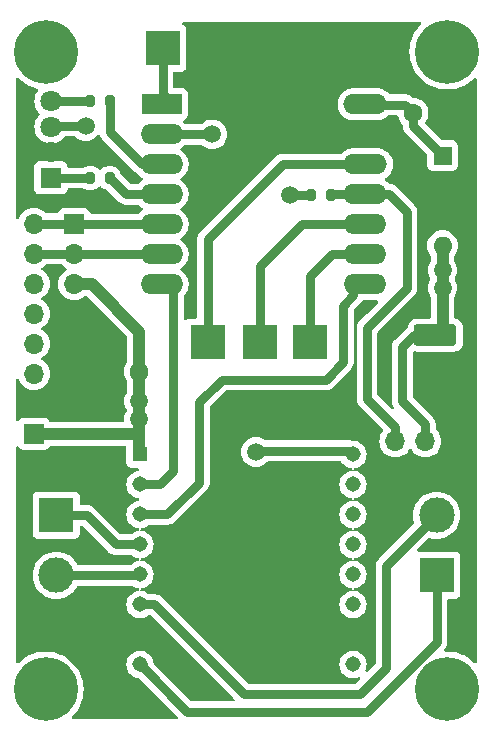
<source format=gbr>
%TF.GenerationSoftware,KiCad,Pcbnew,8.0.5*%
%TF.CreationDate,2024-10-01T15:35:57-03:00*%
%TF.ProjectId,hal9000mainboard,68616c39-3030-4306-9d61-696e626f6172,rev?*%
%TF.SameCoordinates,Original*%
%TF.FileFunction,Copper,L2,Bot*%
%TF.FilePolarity,Positive*%
%FSLAX46Y46*%
G04 Gerber Fmt 4.6, Leading zero omitted, Abs format (unit mm)*
G04 Created by KiCad (PCBNEW 8.0.5) date 2024-10-01 15:35:57*
%MOMM*%
%LPD*%
G01*
G04 APERTURE LIST*
G04 Aperture macros list*
%AMRoundRect*
0 Rectangle with rounded corners*
0 $1 Rounding radius*
0 $2 $3 $4 $5 $6 $7 $8 $9 X,Y pos of 4 corners*
0 Add a 4 corners polygon primitive as box body*
4,1,4,$2,$3,$4,$5,$6,$7,$8,$9,$2,$3,0*
0 Add four circle primitives for the rounded corners*
1,1,$1+$1,$2,$3*
1,1,$1+$1,$4,$5*
1,1,$1+$1,$6,$7*
1,1,$1+$1,$8,$9*
0 Add four rect primitives between the rounded corners*
20,1,$1+$1,$2,$3,$4,$5,0*
20,1,$1+$1,$4,$5,$6,$7,0*
20,1,$1+$1,$6,$7,$8,$9,0*
20,1,$1+$1,$8,$9,$2,$3,0*%
G04 Aperture macros list end*
%TA.AperFunction,ComponentPad*%
%ADD10C,1.600000*%
%TD*%
%TA.AperFunction,ComponentPad*%
%ADD11RoundRect,0.250000X-1.550000X0.650000X-1.550000X-0.650000X1.550000X-0.650000X1.550000X0.650000X0*%
%TD*%
%TA.AperFunction,ComponentPad*%
%ADD12O,3.600000X1.800000*%
%TD*%
%TA.AperFunction,ComponentPad*%
%ADD13R,3.500000X1.700000*%
%TD*%
%TA.AperFunction,ComponentPad*%
%ADD14O,3.600000X1.700000*%
%TD*%
%TA.AperFunction,ComponentPad*%
%ADD15O,3.700000X1.700000*%
%TD*%
%TA.AperFunction,ComponentPad*%
%ADD16R,3.000000X3.000000*%
%TD*%
%TA.AperFunction,ComponentPad*%
%ADD17C,3.000000*%
%TD*%
%TA.AperFunction,ComponentPad*%
%ADD18C,5.400000*%
%TD*%
%TA.AperFunction,ComponentPad*%
%ADD19R,1.600000X1.600000*%
%TD*%
%TA.AperFunction,ComponentPad*%
%ADD20O,1.600000X1.600000*%
%TD*%
%TA.AperFunction,ComponentPad*%
%ADD21C,1.308000*%
%TD*%
%TA.AperFunction,ComponentPad*%
%ADD22R,1.308000X1.308000*%
%TD*%
%TA.AperFunction,ComponentPad*%
%ADD23R,1.800000X1.800000*%
%TD*%
%TA.AperFunction,ComponentPad*%
%ADD24C,1.800000*%
%TD*%
%TA.AperFunction,SMDPad,CuDef*%
%ADD25R,3.000000X3.000000*%
%TD*%
%TA.AperFunction,ComponentPad*%
%ADD26R,1.700000X1.700000*%
%TD*%
%TA.AperFunction,ComponentPad*%
%ADD27O,1.700000X1.700000*%
%TD*%
%TA.AperFunction,SMDPad,CuDef*%
%ADD28RoundRect,0.200000X0.200000X0.275000X-0.200000X0.275000X-0.200000X-0.275000X0.200000X-0.275000X0*%
%TD*%
%TA.AperFunction,ViaPad*%
%ADD29C,1.500000*%
%TD*%
%TA.AperFunction,Conductor*%
%ADD30C,1.000000*%
%TD*%
%TA.AperFunction,Conductor*%
%ADD31C,0.750000*%
%TD*%
%TA.AperFunction,Conductor*%
%ADD32C,0.500000*%
%TD*%
G04 APERTURE END LIST*
D10*
%TO.P,C1,1*%
%TO.N,Net-(D1001-K)*%
X34100000Y-8200000D03*
%TO.P,C1,2*%
%TO.N,GND*%
X36600000Y-8200000D03*
%TD*%
D11*
%TO.P,J1001,1,Pin_1*%
%TO.N,+5V*%
X36000000Y-27000000D03*
D12*
%TO.P,J1001,2,Pin_2*%
%TO.N,GND*%
X36000000Y-30810000D03*
%TD*%
D13*
%TO.P,U1002,1,PA02_A0_D0*%
%TO.N,Net-(U1002-PA02_A0_D0)*%
X12810000Y-7450000D03*
D14*
%TO.P,U1002,2,PA4_A1_D1*%
%TO.N,BUSY*%
X12810000Y-9990000D03*
%TO.P,U1002,3,PA10_A2_D2*%
%TO.N,LED1*%
X12810000Y-12530000D03*
%TO.P,U1002,4,PA11_A3_D3*%
%TO.N,LED2*%
X12810000Y-15070000D03*
%TO.P,U1002,5,PA8_A4_D4_SDA*%
%TO.N,/scl*%
X12810000Y-17610000D03*
%TO.P,U1002,6,PA9_A5_D5_SCL*%
%TO.N,/sda*%
X12810000Y-20150000D03*
%TO.P,U1002,7,PB08_A6_D6_TX*%
%TO.N,UC_TX*%
X12810000Y-22690000D03*
%TO.P,U1002,8,PB09_A7_D7_RX*%
%TO.N,UC_RX*%
X30060000Y-22690000D03*
%TO.P,U1002,9,PA7_A8_D8_SCK*%
%TO.N,Net-(U1002-PA7_A8_D8_SCK)*%
X30060000Y-20150000D03*
%TO.P,U1002,10,PA5_A9_D9_MISO*%
%TO.N,Net-(U1002-PA5_A9_D9_MISO)*%
X30060000Y-17610000D03*
D15*
%TO.P,U1002,11,PA6_A10_D10_MOSI*%
%TO.N,LED3*%
X30060000Y-15070000D03*
%TO.P,U1002,12,3V3*%
%TO.N,Net-(U1002-3V3)*%
X30060000Y-12530000D03*
%TO.P,U1002,13,GND*%
%TO.N,GND*%
X30060000Y-9990000D03*
%TO.P,U1002,14,5V*%
%TO.N,Net-(D1001-K)*%
X30060000Y-7450000D03*
%TD*%
D16*
%TO.P,J1004,1,Pin_1*%
%TO.N,Net-(J1004-Pin_1)*%
X3900000Y-42260000D03*
D17*
%TO.P,J1004,2,Pin_2*%
%TO.N,Net-(J1004-Pin_2)*%
X3900000Y-47340000D03*
%TD*%
D18*
%TO.P,REF\u002A\u002A,1*%
%TO.N,N/C*%
X37000000Y-3000000D03*
%TD*%
D19*
%TO.P,D1001,1,K*%
%TO.N,Net-(D1001-K)*%
X36600000Y-11800000D03*
D20*
%TO.P,D1001,2,A*%
%TO.N,+5V*%
X36600000Y-19420000D03*
%TD*%
D21*
%TO.P,U1001,16,BUSY*%
%TO.N,BUSY*%
X29017000Y-37110000D03*
%TO.P,U1001,15,USB-*%
%TO.N,unconnected-(U1001-USB--Pad15)*%
X29017000Y-39650000D03*
%TO.P,U1001,14,USB+*%
%TO.N,unconnected-(U1001-USB+-Pad14)*%
X29017000Y-42190000D03*
%TO.P,U1001,13,ADKEY2*%
%TO.N,unconnected-(U1001-ADKEY2-Pad13)*%
X29017000Y-44730000D03*
%TO.P,U1001,12,ADKEY1*%
%TO.N,unconnected-(U1001-ADKEY1-Pad12)*%
X29017000Y-47270000D03*
%TO.P,U1001,11,IO2*%
%TO.N,unconnected-(U1001-IO2-Pad11)*%
X29017000Y-49810000D03*
%TO.P,U1001,10,GND*%
%TO.N,GND*%
X29017000Y-52350000D03*
%TO.P,U1001,9,IO1*%
%TO.N,unconnected-(U1001-IO1-Pad9)*%
X29017000Y-54890000D03*
%TO.P,U1001,8,SPK2*%
%TO.N,Net-(J1003-Pin_1)*%
X10983000Y-54890000D03*
%TO.P,U1001,7,GND*%
%TO.N,GND*%
X10983000Y-52350000D03*
%TO.P,U1001,6,SPK1*%
%TO.N,Net-(J1003-Pin_2)*%
X10983000Y-49810000D03*
%TO.P,U1001,5,DAC_L*%
%TO.N,Net-(J1004-Pin_2)*%
X10983000Y-47270000D03*
%TO.P,U1001,4,DAC_R*%
%TO.N,Net-(J1004-Pin_1)*%
X10983000Y-44730000D03*
%TO.P,U1001,3,TX*%
%TO.N,UC_RX*%
X10983000Y-42190000D03*
%TO.P,U1001,2,RX*%
%TO.N,UC_TX*%
X10983000Y-39650000D03*
D22*
%TO.P,U1001,1,VCC*%
%TO.N,+5V*%
X10983000Y-37110000D03*
%TD*%
D23*
%TO.P,D1003,1,GA*%
%TO.N,Net-(D1003-GA)*%
X3440000Y-13680000D03*
D24*
%TO.P,D1003,2,K*%
%TO.N,GND*%
X3440000Y-11521000D03*
%TO.P,D1003,3,BA*%
%TO.N,Net-(D1003-BA)*%
X3440000Y-9362000D03*
%TO.P,D1003,4,RA*%
%TO.N,Net-(D1003-RA)*%
X3440000Y-7203000D03*
%TD*%
D18*
%TO.P,REF\u002A\u002A,1*%
%TO.N,N/C*%
X3000000Y-3000000D03*
%TD*%
%TO.P,REF\u002A\u002A,1*%
%TO.N,N/C*%
X3000000Y-57000000D03*
%TD*%
D10*
%TO.P,C1001,1*%
%TO.N,+5V*%
X10900000Y-30100000D03*
%TO.P,C1001,2*%
%TO.N,GND*%
X8400000Y-30100000D03*
%TD*%
D25*
%TO.P,TP1001,1,1*%
%TO.N,Net-(U1002-PA02_A0_D0)*%
X12900000Y-2700000D03*
%TD*%
D18*
%TO.P,REF\u002A\u002A,1*%
%TO.N,N/C*%
X37000000Y-57000000D03*
%TD*%
D16*
%TO.P,J1003,1,Pin_1*%
%TO.N,Net-(J1003-Pin_1)*%
X36100000Y-47340000D03*
D17*
%TO.P,J1003,2,Pin_2*%
%TO.N,Net-(J1003-Pin_2)*%
X36100000Y-42260000D03*
%TD*%
D26*
%TO.P,J1002,1,Pin_1*%
%TO.N,/scl*%
X5400000Y-17600000D03*
D27*
%TO.P,J1002,2,Pin_2*%
%TO.N,/sda*%
X5400000Y-20140000D03*
%TO.P,J1002,3,Pin_3*%
%TO.N,+5V*%
X5400000Y-22680000D03*
%TO.P,J1002,4,Pin_4*%
%TO.N,GND*%
X5400000Y-25220000D03*
%TD*%
D26*
%TO.P,J1006,1,Pin_1*%
%TO.N,+5V*%
X2000000Y-35355000D03*
D27*
%TO.P,J1006,2,Pin_2*%
%TO.N,GND*%
X2000000Y-32815000D03*
%TO.P,J1006,3,Pin_3*%
%TO.N,unconnected-(J1006-Pin_3-Pad3)*%
X2000000Y-30275000D03*
%TO.P,J1006,4,Pin_4*%
%TO.N,unconnected-(J1006-Pin_4-Pad4)*%
X2000000Y-27735000D03*
%TO.P,J1006,5,Pin_5*%
%TO.N,unconnected-(J1006-Pin_5-Pad5)*%
X2000000Y-25195000D03*
%TO.P,J1006,6,Pin_6*%
%TO.N,unconnected-(J1006-Pin_6-Pad6)*%
X2000000Y-22655000D03*
%TO.P,J1006,7,Pin_7*%
%TO.N,/sda*%
X2000000Y-20115000D03*
%TO.P,J1006,8,Pin_8*%
%TO.N,/scl*%
X2000000Y-17575000D03*
%TD*%
D26*
%TO.P,J1005,1,Pin_1*%
%TO.N,GND*%
X37680000Y-36000000D03*
D27*
%TO.P,J1005,2,Pin_2*%
%TO.N,+5V*%
X35140000Y-36000000D03*
%TO.P,J1005,3,Pin_3*%
%TO.N,LED3*%
X32600000Y-36000000D03*
%TD*%
D25*
%TO.P,TP1004,1,1*%
%TO.N,Net-(U1002-3V3)*%
X16700000Y-27600000D03*
%TD*%
D28*
%TO.P,R1003,1*%
%TO.N,LED3*%
X27125000Y-15100000D03*
%TO.P,R1003,2*%
%TO.N,Net-(D1003-BA)*%
X25475000Y-15100000D03*
%TD*%
D25*
%TO.P,TP1003,1,1*%
%TO.N,Net-(U1002-PA7_A8_D8_SCK)*%
X25380000Y-27610000D03*
%TD*%
%TO.P,TP1002,1,1*%
%TO.N,Net-(U1002-PA5_A9_D9_MISO)*%
X21140000Y-27600000D03*
%TD*%
D28*
%TO.P,R1001,1*%
%TO.N,LED1*%
X8425000Y-7200000D03*
%TO.P,R1001,2*%
%TO.N,Net-(D1003-RA)*%
X6775000Y-7200000D03*
%TD*%
%TO.P,R1002,1*%
%TO.N,LED2*%
X8425000Y-13700000D03*
%TO.P,R1002,2*%
%TO.N,Net-(D1003-GA)*%
X6775000Y-13700000D03*
%TD*%
D29*
%TO.N,Net-(D1003-BA)*%
X23700000Y-15100000D03*
%TO.N,GND*%
X19600000Y-7500000D03*
X1800000Y-52400000D03*
X5500000Y-30100000D03*
X7600000Y-11600000D03*
X20700000Y-46600000D03*
X29300000Y-1400000D03*
%TO.N,+5V*%
X36600000Y-23000000D03*
X36600000Y-21500000D03*
%TO.N,BUSY*%
X20800000Y-36900000D03*
X17100000Y-10000000D03*
%TO.N,Net-(D1003-BA)*%
X6400000Y-9300000D03*
%TO.N,+5V*%
X10900000Y-34100000D03*
X10900000Y-32600000D03*
%TD*%
D30*
%TO.N,+5V*%
X36600000Y-21500000D02*
X36600000Y-23000000D01*
X10900000Y-32600000D02*
X10900000Y-30100000D01*
D31*
%TO.N,Net-(D1003-BA)*%
X25475000Y-15100000D02*
X23700000Y-15100000D01*
%TO.N,LED3*%
X27155000Y-15070000D02*
X27125000Y-15100000D01*
X29060000Y-15070000D02*
X27155000Y-15070000D01*
%TO.N,Net-(D1001-K)*%
X29100000Y-7490000D02*
X29060000Y-7450000D01*
X33390000Y-7490000D02*
X29100000Y-7490000D01*
X34100000Y-8200000D02*
X33390000Y-7490000D01*
X36600000Y-11800000D02*
X34100000Y-9300000D01*
X34100000Y-9300000D02*
X34100000Y-8200000D01*
D30*
%TO.N,+5V*%
X36600000Y-21500000D02*
X36600000Y-19420000D01*
D31*
%TO.N,BUSY*%
X28707000Y-36800000D02*
X29017000Y-37110000D01*
X20900000Y-36800000D02*
X28707000Y-36800000D01*
X20800000Y-36900000D02*
X20900000Y-36800000D01*
%TO.N,UC_RX*%
X29060000Y-23640000D02*
X29060000Y-22690000D01*
X26700000Y-30800000D02*
X28200000Y-29300000D01*
X17900000Y-30800000D02*
X26700000Y-30800000D01*
X28200000Y-29300000D02*
X28200000Y-24500000D01*
X16000000Y-32700000D02*
X17900000Y-30800000D01*
X16000000Y-39500000D02*
X16000000Y-32700000D01*
X13310000Y-42190000D02*
X16000000Y-39500000D01*
X10983000Y-42190000D02*
X13310000Y-42190000D01*
X28200000Y-24500000D02*
X29060000Y-23640000D01*
%TO.N,BUSY*%
X13820000Y-10000000D02*
X13810000Y-9990000D01*
X17100000Y-10000000D02*
X13820000Y-10000000D01*
%TO.N,Net-(D1003-BA)*%
X3502000Y-9300000D02*
X3440000Y-9362000D01*
X6400000Y-9300000D02*
X3502000Y-9300000D01*
%TO.N,Net-(U1002-PA5_A9_D9_MISO)*%
X21140000Y-21160000D02*
X21140000Y-27600000D01*
X24690000Y-17610000D02*
X21140000Y-21160000D01*
X29060000Y-17610000D02*
X24690000Y-17610000D01*
%TO.N,Net-(U1002-PA7_A8_D8_SCK)*%
X25380000Y-22020000D02*
X25380000Y-27610000D01*
X27250000Y-20150000D02*
X25380000Y-22020000D01*
%TO.N,Net-(U1002-3V3)*%
X23070000Y-12530000D02*
X29060000Y-12530000D01*
X16700000Y-18900000D02*
X23070000Y-12530000D01*
%TO.N,Net-(U1002-PA7_A8_D8_SCK)*%
X29060000Y-20150000D02*
X27250000Y-20150000D01*
%TO.N,Net-(U1002-3V3)*%
X16700000Y-27600000D02*
X16700000Y-18900000D01*
%TO.N,Net-(J1003-Pin_2)*%
X31800000Y-55200000D02*
X31800000Y-46560000D01*
X29600000Y-57400000D02*
X31800000Y-55200000D01*
X19800000Y-57400000D02*
X29600000Y-57400000D01*
X31800000Y-46560000D02*
X36100000Y-42260000D01*
X12210000Y-49810000D02*
X19800000Y-57400000D01*
X10983000Y-49810000D02*
X12210000Y-49810000D01*
%TO.N,Net-(J1003-Pin_1)*%
X14993000Y-58900000D02*
X30200000Y-58900000D01*
X10983000Y-54890000D02*
X14993000Y-58900000D01*
X30200000Y-58900000D02*
X36100000Y-53000000D01*
X36100000Y-53000000D02*
X36100000Y-47340000D01*
%TO.N,LED3*%
X32600000Y-34800000D02*
X32600000Y-36000000D01*
X30200000Y-26400000D02*
X30200000Y-32400000D01*
X33600000Y-16600000D02*
X33600000Y-23000000D01*
X32070000Y-15070000D02*
X33600000Y-16600000D01*
X30200000Y-32400000D02*
X32600000Y-34800000D01*
X29060000Y-15070000D02*
X32070000Y-15070000D01*
X33600000Y-23000000D02*
X30200000Y-26400000D01*
%TO.N,+5V*%
X10900000Y-35355000D02*
X10900000Y-33683000D01*
D30*
X2000000Y-35355000D02*
X10900000Y-35355000D01*
D31*
X10900000Y-37027000D02*
X10983000Y-37110000D01*
D30*
X10900000Y-33683000D02*
X10900000Y-37027000D01*
D31*
X33200000Y-28000000D02*
X34200000Y-27000000D01*
X33200000Y-32600000D02*
X33200000Y-28000000D01*
X35140000Y-34540000D02*
X33200000Y-32600000D01*
X35140000Y-36000000D02*
X35140000Y-34540000D01*
X34200000Y-27000000D02*
X36000000Y-27000000D01*
D30*
X36600000Y-26400000D02*
X36600000Y-23000000D01*
D31*
X36000000Y-27000000D02*
X36600000Y-26400000D01*
%TO.N,Net-(U1002-PA02_A0_D0)*%
X12900000Y-6600000D02*
X12900000Y-2700000D01*
X13810000Y-7450000D02*
X13750000Y-7450000D01*
X13750000Y-7450000D02*
X12900000Y-6600000D01*
%TO.N,LED1*%
X11130000Y-12530000D02*
X13810000Y-12530000D01*
X8425000Y-9825000D02*
X11130000Y-12530000D01*
X8425000Y-7200000D02*
X8425000Y-9825000D01*
%TO.N,Net-(D1003-RA)*%
X6772000Y-7203000D02*
X6775000Y-7200000D01*
X3440000Y-7203000D02*
X6772000Y-7203000D01*
%TO.N,Net-(D1003-GA)*%
X3460000Y-13700000D02*
X3440000Y-13680000D01*
X6775000Y-13700000D02*
X3460000Y-13700000D01*
%TO.N,LED2*%
X9795000Y-15070000D02*
X8425000Y-13700000D01*
X13810000Y-15070000D02*
X9795000Y-15070000D01*
%TO.N,UC_TX*%
X13810000Y-38490000D02*
X13810000Y-22690000D01*
X12650000Y-39650000D02*
X13810000Y-38490000D01*
X10983000Y-39650000D02*
X12650000Y-39650000D01*
D30*
%TO.N,+5V*%
X10900000Y-26700000D02*
X10900000Y-30100000D01*
X6880000Y-22680000D02*
X10900000Y-26700000D01*
X5400000Y-22680000D02*
X6880000Y-22680000D01*
X10900000Y-33683000D02*
X10900000Y-32600000D01*
D31*
%TO.N,/sda*%
X13800000Y-20140000D02*
X13810000Y-20150000D01*
X5400000Y-20140000D02*
X13800000Y-20140000D01*
X5375000Y-20115000D02*
X5400000Y-20140000D01*
X2000000Y-20115000D02*
X5375000Y-20115000D01*
%TO.N,/scl*%
X13800000Y-17600000D02*
X13810000Y-17610000D01*
X5400000Y-17600000D02*
X13800000Y-17600000D01*
X5375000Y-17575000D02*
X5400000Y-17600000D01*
X2000000Y-17575000D02*
X5375000Y-17575000D01*
%TO.N,Net-(J1004-Pin_1)*%
X6460000Y-42260000D02*
X8930000Y-44730000D01*
X3900000Y-42260000D02*
X6460000Y-42260000D01*
X8930000Y-44730000D02*
X10983000Y-44730000D01*
D32*
%TO.N,Net-(J1004-Pin_2)*%
X10913000Y-47340000D02*
X10983000Y-47270000D01*
D31*
X3900000Y-47340000D02*
X10913000Y-47340000D01*
%TD*%
%TA.AperFunction,Conductor*%
%TO.N,GND*%
G36*
X9771539Y-36375185D02*
G01*
X9817294Y-36427989D01*
X9828500Y-36479500D01*
X9828500Y-37811870D01*
X9828501Y-37811876D01*
X9834908Y-37871483D01*
X9885202Y-38006328D01*
X9885206Y-38006335D01*
X9971452Y-38121544D01*
X9971455Y-38121547D01*
X10086664Y-38207793D01*
X10086671Y-38207797D01*
X10221517Y-38258091D01*
X10221516Y-38258091D01*
X10228444Y-38258835D01*
X10281127Y-38264500D01*
X10773592Y-38264499D01*
X10840629Y-38284183D01*
X10886384Y-38336987D01*
X10896328Y-38406146D01*
X10867303Y-38469702D01*
X10808525Y-38507476D01*
X10796375Y-38510388D01*
X10665703Y-38534815D01*
X10558796Y-38576231D01*
X10466192Y-38612106D01*
X10466186Y-38612108D01*
X10284286Y-38724736D01*
X10284283Y-38724738D01*
X10284279Y-38724740D01*
X10284278Y-38724742D01*
X10232805Y-38771666D01*
X10126158Y-38868887D01*
X9997219Y-39039629D01*
X9901849Y-39231158D01*
X9901846Y-39231164D01*
X9843296Y-39436949D01*
X9843295Y-39436952D01*
X9823554Y-39649999D01*
X9823554Y-39650000D01*
X9843295Y-39863047D01*
X9843296Y-39863050D01*
X9901846Y-40068835D01*
X9901849Y-40068840D01*
X9997219Y-40260370D01*
X10126159Y-40431114D01*
X10284278Y-40575258D01*
X10284283Y-40575261D01*
X10284286Y-40575263D01*
X10466186Y-40687891D01*
X10466187Y-40687891D01*
X10466190Y-40687893D01*
X10665703Y-40765185D01*
X10841845Y-40798111D01*
X10904125Y-40829779D01*
X10939398Y-40890092D01*
X10936464Y-40959900D01*
X10896255Y-41017040D01*
X10841845Y-41041888D01*
X10665703Y-41074815D01*
X10539533Y-41123693D01*
X10466192Y-41152106D01*
X10466186Y-41152108D01*
X10284286Y-41264736D01*
X10284283Y-41264738D01*
X10284279Y-41264740D01*
X10284278Y-41264742D01*
X10229696Y-41314500D01*
X10126158Y-41408887D01*
X9997219Y-41579629D01*
X9901849Y-41771158D01*
X9901846Y-41771164D01*
X9843296Y-41976949D01*
X9843295Y-41976952D01*
X9823554Y-42189999D01*
X9823554Y-42190000D01*
X9843295Y-42403047D01*
X9843296Y-42403050D01*
X9901846Y-42608835D01*
X9901849Y-42608840D01*
X9997219Y-42800370D01*
X10126159Y-42971114D01*
X10284278Y-43115258D01*
X10284283Y-43115261D01*
X10284286Y-43115263D01*
X10466186Y-43227891D01*
X10466187Y-43227891D01*
X10466190Y-43227893D01*
X10665703Y-43305185D01*
X10841845Y-43338111D01*
X10904125Y-43369779D01*
X10939398Y-43430092D01*
X10936464Y-43499900D01*
X10896255Y-43557040D01*
X10841845Y-43581888D01*
X10665703Y-43614815D01*
X10539533Y-43663693D01*
X10466192Y-43692106D01*
X10466186Y-43692108D01*
X10284279Y-43804740D01*
X10284276Y-43804742D01*
X10265196Y-43822137D01*
X10202392Y-43852754D01*
X10181658Y-43854500D01*
X9344006Y-43854500D01*
X9276967Y-43834815D01*
X9256325Y-43818181D01*
X7018102Y-41579957D01*
X7018098Y-41579954D01*
X6874711Y-41484145D01*
X6874698Y-41484138D01*
X6715378Y-41418146D01*
X6715366Y-41418143D01*
X6546232Y-41384500D01*
X6546229Y-41384500D01*
X6024499Y-41384500D01*
X5957460Y-41364815D01*
X5911705Y-41312011D01*
X5900499Y-41260500D01*
X5900499Y-40712129D01*
X5900498Y-40712123D01*
X5900497Y-40712116D01*
X5894091Y-40652517D01*
X5865276Y-40575261D01*
X5843797Y-40517671D01*
X5843793Y-40517664D01*
X5757547Y-40402455D01*
X5757544Y-40402452D01*
X5642335Y-40316206D01*
X5642328Y-40316202D01*
X5507482Y-40265908D01*
X5507483Y-40265908D01*
X5447883Y-40259501D01*
X5447881Y-40259500D01*
X5447873Y-40259500D01*
X5447864Y-40259500D01*
X2352129Y-40259500D01*
X2352123Y-40259501D01*
X2292516Y-40265908D01*
X2157671Y-40316202D01*
X2157664Y-40316206D01*
X2042455Y-40402452D01*
X2042452Y-40402455D01*
X1956206Y-40517664D01*
X1956202Y-40517671D01*
X1905908Y-40652517D01*
X1899501Y-40712116D01*
X1899501Y-40712123D01*
X1899500Y-40712135D01*
X1899500Y-43807870D01*
X1899501Y-43807876D01*
X1905908Y-43867483D01*
X1956202Y-44002328D01*
X1956206Y-44002335D01*
X2042452Y-44117544D01*
X2042455Y-44117547D01*
X2157664Y-44203793D01*
X2157671Y-44203797D01*
X2292517Y-44254091D01*
X2292516Y-44254091D01*
X2299444Y-44254835D01*
X2352127Y-44260500D01*
X5447872Y-44260499D01*
X5507483Y-44254091D01*
X5642331Y-44203796D01*
X5757546Y-44117546D01*
X5843796Y-44002331D01*
X5894091Y-43867483D01*
X5900500Y-43807873D01*
X5900500Y-43259500D01*
X5920185Y-43192461D01*
X5972989Y-43146706D01*
X6024500Y-43135500D01*
X6045994Y-43135500D01*
X6113033Y-43155185D01*
X6133675Y-43171819D01*
X8249955Y-45288099D01*
X8316660Y-45354804D01*
X8371902Y-45410046D01*
X8515288Y-45505854D01*
X8515301Y-45505861D01*
X8674621Y-45571853D01*
X8674626Y-45571855D01*
X8804377Y-45597664D01*
X8843766Y-45605499D01*
X8843769Y-45605500D01*
X8843771Y-45605500D01*
X10181658Y-45605500D01*
X10248697Y-45625185D01*
X10265196Y-45637863D01*
X10284276Y-45655257D01*
X10284279Y-45655259D01*
X10466186Y-45767891D01*
X10466187Y-45767891D01*
X10466190Y-45767893D01*
X10665703Y-45845185D01*
X10841845Y-45878111D01*
X10904125Y-45909779D01*
X10939398Y-45970092D01*
X10936464Y-46039900D01*
X10896255Y-46097040D01*
X10841845Y-46121888D01*
X10665703Y-46154815D01*
X10539533Y-46203693D01*
X10466192Y-46232106D01*
X10466186Y-46232108D01*
X10284286Y-46344736D01*
X10284276Y-46344743D01*
X10188410Y-46432137D01*
X10125606Y-46462754D01*
X10104872Y-46464500D01*
X5774820Y-46464500D01*
X5707781Y-46444815D01*
X5665988Y-46399927D01*
X5587229Y-46255689D01*
X5587224Y-46255682D01*
X5415745Y-46026612D01*
X5415729Y-46026594D01*
X5213405Y-45824270D01*
X5213387Y-45824254D01*
X4984317Y-45652775D01*
X4984309Y-45652770D01*
X4733166Y-45515635D01*
X4733167Y-45515635D01*
X4625915Y-45475632D01*
X4465046Y-45415631D01*
X4465043Y-45415630D01*
X4465037Y-45415628D01*
X4185433Y-45354804D01*
X3900001Y-45334390D01*
X3899999Y-45334390D01*
X3614566Y-45354804D01*
X3334962Y-45415628D01*
X3066833Y-45515635D01*
X2815690Y-45652770D01*
X2815682Y-45652775D01*
X2586612Y-45824254D01*
X2586594Y-45824270D01*
X2384270Y-46026594D01*
X2384254Y-46026612D01*
X2212775Y-46255682D01*
X2212770Y-46255690D01*
X2075635Y-46506833D01*
X1975628Y-46774962D01*
X1914804Y-47054566D01*
X1894390Y-47339998D01*
X1894390Y-47340001D01*
X1914804Y-47625433D01*
X1975628Y-47905037D01*
X2075635Y-48173166D01*
X2212770Y-48424309D01*
X2212775Y-48424317D01*
X2384254Y-48653387D01*
X2384270Y-48653405D01*
X2586594Y-48855729D01*
X2586612Y-48855745D01*
X2815682Y-49027224D01*
X2815690Y-49027229D01*
X3066833Y-49164364D01*
X3066832Y-49164364D01*
X3066836Y-49164365D01*
X3066839Y-49164367D01*
X3334954Y-49264369D01*
X3334960Y-49264370D01*
X3334962Y-49264371D01*
X3614566Y-49325195D01*
X3614568Y-49325195D01*
X3614572Y-49325196D01*
X3868220Y-49343337D01*
X3899999Y-49345610D01*
X3900000Y-49345610D01*
X3900001Y-49345610D01*
X3928595Y-49343564D01*
X4185428Y-49325196D01*
X4375742Y-49283796D01*
X4465037Y-49264371D01*
X4465037Y-49264370D01*
X4465046Y-49264369D01*
X4733161Y-49164367D01*
X4984315Y-49027226D01*
X5213395Y-48855739D01*
X5415739Y-48653395D01*
X5587226Y-48424315D01*
X5587230Y-48424309D01*
X5650797Y-48307893D01*
X5665988Y-48280072D01*
X5715393Y-48230668D01*
X5774820Y-48215500D01*
X10281689Y-48215500D01*
X10346966Y-48234073D01*
X10466186Y-48307891D01*
X10466187Y-48307891D01*
X10466190Y-48307893D01*
X10665703Y-48385185D01*
X10841845Y-48418111D01*
X10904125Y-48449779D01*
X10939398Y-48510092D01*
X10936464Y-48579900D01*
X10896255Y-48637040D01*
X10841845Y-48661888D01*
X10665703Y-48694815D01*
X10539533Y-48743693D01*
X10466192Y-48772106D01*
X10466186Y-48772108D01*
X10284286Y-48884736D01*
X10284283Y-48884738D01*
X10284279Y-48884740D01*
X10284278Y-48884742D01*
X10192791Y-48968143D01*
X10126158Y-49028887D01*
X9997219Y-49199629D01*
X9901849Y-49391158D01*
X9901846Y-49391164D01*
X9843296Y-49596949D01*
X9843295Y-49596952D01*
X9823554Y-49809999D01*
X9823554Y-49810000D01*
X9843295Y-50023047D01*
X9843296Y-50023050D01*
X9901846Y-50228835D01*
X9901849Y-50228840D01*
X9997219Y-50420370D01*
X10126159Y-50591114D01*
X10284278Y-50735258D01*
X10284283Y-50735261D01*
X10284286Y-50735263D01*
X10466186Y-50847891D01*
X10466187Y-50847891D01*
X10466190Y-50847893D01*
X10665703Y-50925185D01*
X10876020Y-50964500D01*
X10876022Y-50964500D01*
X11089978Y-50964500D01*
X11089980Y-50964500D01*
X11300297Y-50925185D01*
X11499810Y-50847893D01*
X11681722Y-50735258D01*
X11696464Y-50721819D01*
X11700804Y-50717863D01*
X11763608Y-50687246D01*
X11784342Y-50685500D01*
X11795994Y-50685500D01*
X11863033Y-50705185D01*
X11883675Y-50721819D01*
X18974675Y-57812819D01*
X19008160Y-57874142D01*
X19003176Y-57943834D01*
X18961304Y-57999767D01*
X18895840Y-58024184D01*
X18886994Y-58024500D01*
X15407006Y-58024500D01*
X15339967Y-58004815D01*
X15319325Y-57988181D01*
X12166067Y-54834923D01*
X12132582Y-54773600D01*
X12130277Y-54758683D01*
X12129361Y-54748797D01*
X12122704Y-54676952D01*
X12103186Y-54608354D01*
X12064153Y-54471164D01*
X12064150Y-54471158D01*
X11971848Y-54285790D01*
X11968781Y-54279630D01*
X11839841Y-54108886D01*
X11681722Y-53964742D01*
X11681716Y-53964738D01*
X11681713Y-53964736D01*
X11499813Y-53852108D01*
X11499807Y-53852106D01*
X11300297Y-53774815D01*
X11089980Y-53735500D01*
X10876020Y-53735500D01*
X10665703Y-53774815D01*
X10562973Y-53814613D01*
X10466192Y-53852106D01*
X10466186Y-53852108D01*
X10284286Y-53964736D01*
X10284283Y-53964738D01*
X10284279Y-53964740D01*
X10284278Y-53964742D01*
X10126159Y-54108886D01*
X10126158Y-54108887D01*
X9997219Y-54279629D01*
X9901849Y-54471158D01*
X9901846Y-54471164D01*
X9843296Y-54676949D01*
X9843295Y-54676952D01*
X9823554Y-54889999D01*
X9823554Y-54890000D01*
X9843295Y-55103047D01*
X9843296Y-55103050D01*
X9901846Y-55308835D01*
X9901849Y-55308841D01*
X9946897Y-55399310D01*
X9997219Y-55500370D01*
X10126159Y-55671114D01*
X10284278Y-55815258D01*
X10284283Y-55815261D01*
X10284286Y-55815263D01*
X10466186Y-55927891D01*
X10466187Y-55927891D01*
X10466190Y-55927893D01*
X10665703Y-56005185D01*
X10866978Y-56042809D01*
X10929258Y-56074477D01*
X10931873Y-56077017D01*
X14142675Y-59287819D01*
X14176160Y-59349142D01*
X14171176Y-59418834D01*
X14129304Y-59474767D01*
X14063840Y-59499184D01*
X14054994Y-59499500D01*
X5330959Y-59499500D01*
X5263920Y-59479815D01*
X5218165Y-59427011D01*
X5208221Y-59357853D01*
X5237246Y-59294297D01*
X5248332Y-59283041D01*
X5253941Y-59278027D01*
X5266661Y-59266661D01*
X5506194Y-58998623D01*
X5714211Y-58705452D01*
X5888094Y-58390833D01*
X6025659Y-58058724D01*
X6125173Y-57713300D01*
X6185387Y-57358907D01*
X6205543Y-57000000D01*
X6185387Y-56641093D01*
X6125173Y-56286700D01*
X6025659Y-55941276D01*
X5888094Y-55609167D01*
X5714211Y-55294548D01*
X5506194Y-55001377D01*
X5266661Y-54733339D01*
X4998623Y-54493806D01*
X4998622Y-54493805D01*
X4705454Y-54285790D01*
X4390831Y-54111905D01*
X4304086Y-54075974D01*
X4058724Y-53974341D01*
X4058720Y-53974339D01*
X4058718Y-53974339D01*
X3713305Y-53874828D01*
X3713296Y-53874826D01*
X3358914Y-53814614D01*
X3358902Y-53814612D01*
X3000000Y-53794457D01*
X2641097Y-53814612D01*
X2641085Y-53814614D01*
X2286703Y-53874826D01*
X2286694Y-53874828D01*
X1941281Y-53974339D01*
X1609168Y-54111905D01*
X1294545Y-54285790D01*
X1001377Y-54493805D01*
X733337Y-54733340D01*
X716958Y-54751669D01*
X657607Y-54788539D01*
X587746Y-54787468D01*
X529554Y-54748797D01*
X501506Y-54684804D01*
X500500Y-54669040D01*
X500500Y-36545102D01*
X520185Y-36478063D01*
X572989Y-36432308D01*
X642147Y-36422364D01*
X705703Y-36451389D01*
X723762Y-36470786D01*
X792454Y-36562546D01*
X838643Y-36597123D01*
X907664Y-36648793D01*
X907671Y-36648797D01*
X1042517Y-36699091D01*
X1042516Y-36699091D01*
X1049444Y-36699835D01*
X1102127Y-36705500D01*
X2897872Y-36705499D01*
X2957483Y-36699091D01*
X3092331Y-36648796D01*
X3207546Y-36562546D01*
X3293796Y-36447331D01*
X3297960Y-36436165D01*
X3339829Y-36380234D01*
X3405293Y-36355816D01*
X3414141Y-36355500D01*
X9704500Y-36355500D01*
X9771539Y-36375185D01*
G37*
%TD.AperFunction*%
%TA.AperFunction,Conductor*%
G36*
X34736080Y-520185D02*
G01*
X34781835Y-572989D01*
X34791779Y-642147D01*
X34762754Y-705703D01*
X34751668Y-716959D01*
X34733343Y-733334D01*
X34493805Y-1001377D01*
X34285790Y-1294545D01*
X34111905Y-1609168D01*
X33974339Y-1941281D01*
X33874828Y-2286694D01*
X33874826Y-2286703D01*
X33814614Y-2641085D01*
X33814612Y-2641097D01*
X33794457Y-3000000D01*
X33814612Y-3358902D01*
X33814614Y-3358914D01*
X33874826Y-3713296D01*
X33874828Y-3713305D01*
X33974339Y-4058718D01*
X34111905Y-4390831D01*
X34285790Y-4705454D01*
X34493805Y-4998622D01*
X34493806Y-4998623D01*
X34733339Y-5266661D01*
X35001377Y-5506194D01*
X35294548Y-5714211D01*
X35609167Y-5888094D01*
X35941276Y-6025659D01*
X36286700Y-6125173D01*
X36641093Y-6185387D01*
X37000000Y-6205543D01*
X37358907Y-6185387D01*
X37713300Y-6125173D01*
X38058724Y-6025659D01*
X38390833Y-5888094D01*
X38705452Y-5714211D01*
X38998623Y-5506194D01*
X39266661Y-5266661D01*
X39283040Y-5248331D01*
X39342387Y-5211461D01*
X39412248Y-5212528D01*
X39470443Y-5251196D01*
X39498493Y-5315188D01*
X39499500Y-5330958D01*
X39499500Y-54669040D01*
X39479815Y-54736079D01*
X39427011Y-54781834D01*
X39357853Y-54791778D01*
X39294297Y-54762753D01*
X39283042Y-54751669D01*
X39266662Y-54733340D01*
X38998622Y-54493805D01*
X38705454Y-54285790D01*
X38390831Y-54111905D01*
X38304086Y-54075974D01*
X38058724Y-53974341D01*
X38058720Y-53974339D01*
X38058718Y-53974339D01*
X37713305Y-53874828D01*
X37713296Y-53874826D01*
X37358914Y-53814614D01*
X37358902Y-53814612D01*
X37025994Y-53795916D01*
X37000000Y-53794457D01*
X36999999Y-53794457D01*
X36840870Y-53803393D01*
X36772833Y-53787498D01*
X36724189Y-53737342D01*
X36710384Y-53668850D01*
X36735800Y-53603767D01*
X36746238Y-53591906D01*
X36780042Y-53558102D01*
X36780042Y-53558101D01*
X36780045Y-53558099D01*
X36875858Y-53414705D01*
X36941855Y-53255374D01*
X36975500Y-53086229D01*
X36975500Y-52913771D01*
X36975500Y-49464499D01*
X36995185Y-49397460D01*
X37047989Y-49351705D01*
X37099500Y-49340499D01*
X37647871Y-49340499D01*
X37647872Y-49340499D01*
X37707483Y-49334091D01*
X37842331Y-49283796D01*
X37957546Y-49197546D01*
X38043796Y-49082331D01*
X38094091Y-48947483D01*
X38100500Y-48887873D01*
X38100499Y-45792128D01*
X38094091Y-45732517D01*
X38075183Y-45681823D01*
X38043797Y-45597671D01*
X38043793Y-45597664D01*
X37957547Y-45482455D01*
X37957544Y-45482452D01*
X37842335Y-45396206D01*
X37842328Y-45396202D01*
X37707482Y-45345908D01*
X37707483Y-45345908D01*
X37647883Y-45339501D01*
X37647881Y-45339500D01*
X37647873Y-45339500D01*
X37647865Y-45339500D01*
X34558004Y-45339500D01*
X34490965Y-45319815D01*
X34445210Y-45267011D01*
X34435266Y-45197853D01*
X34464291Y-45134297D01*
X34470304Y-45127838D01*
X35390346Y-44207796D01*
X35451667Y-44174313D01*
X35521354Y-44179296D01*
X35534954Y-44184369D01*
X35534957Y-44184369D01*
X35534958Y-44184370D01*
X35814566Y-44245195D01*
X35814568Y-44245195D01*
X35814572Y-44245196D01*
X36068220Y-44263337D01*
X36099999Y-44265610D01*
X36100000Y-44265610D01*
X36100001Y-44265610D01*
X36128595Y-44263564D01*
X36385428Y-44245196D01*
X36557345Y-44207798D01*
X36665037Y-44184371D01*
X36665037Y-44184370D01*
X36665046Y-44184369D01*
X36933161Y-44084367D01*
X37184315Y-43947226D01*
X37413395Y-43775739D01*
X37615739Y-43573395D01*
X37787226Y-43344315D01*
X37924367Y-43093161D01*
X38024369Y-42825046D01*
X38085196Y-42545428D01*
X38105610Y-42260000D01*
X38085196Y-41974572D01*
X38040947Y-41771164D01*
X38024371Y-41694962D01*
X38024370Y-41694960D01*
X38024369Y-41694954D01*
X37924367Y-41426839D01*
X37919620Y-41418146D01*
X37787229Y-41175690D01*
X37787224Y-41175682D01*
X37615745Y-40946612D01*
X37615729Y-40946594D01*
X37413405Y-40744270D01*
X37413387Y-40744254D01*
X37184317Y-40572775D01*
X37184309Y-40572770D01*
X36933166Y-40435635D01*
X36933167Y-40435635D01*
X36825915Y-40395632D01*
X36665046Y-40335631D01*
X36665043Y-40335630D01*
X36665037Y-40335628D01*
X36385433Y-40274804D01*
X36100001Y-40254390D01*
X36099999Y-40254390D01*
X35814566Y-40274804D01*
X35534962Y-40335628D01*
X35266833Y-40435635D01*
X35015690Y-40572770D01*
X35015682Y-40572775D01*
X34786612Y-40744254D01*
X34786594Y-40744270D01*
X34584270Y-40946594D01*
X34584254Y-40946612D01*
X34412775Y-41175682D01*
X34412770Y-41175690D01*
X34275635Y-41426833D01*
X34175628Y-41694962D01*
X34114804Y-41974566D01*
X34094390Y-42259998D01*
X34094390Y-42260001D01*
X34114804Y-42545433D01*
X34175629Y-42825040D01*
X34175631Y-42825047D01*
X34180702Y-42838644D01*
X34185684Y-42908336D01*
X34152200Y-42969654D01*
X31924003Y-45197853D01*
X31241901Y-45879955D01*
X31180927Y-45940929D01*
X31119953Y-46001902D01*
X31024145Y-46145288D01*
X31024138Y-46145301D01*
X30958146Y-46304621D01*
X30958143Y-46304633D01*
X30924500Y-46473766D01*
X30924500Y-54785994D01*
X30904815Y-54853033D01*
X30888181Y-54873675D01*
X30283710Y-55478145D01*
X30222387Y-55511630D01*
X30152695Y-55506646D01*
X30096762Y-55464774D01*
X30072345Y-55399310D01*
X30085030Y-55335190D01*
X30098151Y-55308840D01*
X30098153Y-55308835D01*
X30156703Y-55103050D01*
X30156704Y-55103047D01*
X30176446Y-54890000D01*
X30176446Y-54889999D01*
X30156704Y-54676952D01*
X30156703Y-54676949D01*
X30098153Y-54471164D01*
X30098150Y-54471158D01*
X30005848Y-54285790D01*
X30002781Y-54279630D01*
X29873841Y-54108886D01*
X29715722Y-53964742D01*
X29715716Y-53964738D01*
X29715713Y-53964736D01*
X29533813Y-53852108D01*
X29533807Y-53852106D01*
X29334297Y-53774815D01*
X29123980Y-53735500D01*
X28910020Y-53735500D01*
X28699703Y-53774815D01*
X28596973Y-53814613D01*
X28500192Y-53852106D01*
X28500186Y-53852108D01*
X28318286Y-53964736D01*
X28318283Y-53964738D01*
X28318279Y-53964740D01*
X28318278Y-53964742D01*
X28160159Y-54108886D01*
X28160158Y-54108887D01*
X28031219Y-54279629D01*
X27935849Y-54471158D01*
X27935846Y-54471164D01*
X27877296Y-54676949D01*
X27877295Y-54676952D01*
X27857554Y-54889999D01*
X27857554Y-54890000D01*
X27877295Y-55103047D01*
X27877296Y-55103050D01*
X27935846Y-55308835D01*
X27935849Y-55308841D01*
X27980897Y-55399310D01*
X28031219Y-55500370D01*
X28160159Y-55671114D01*
X28318278Y-55815258D01*
X28318283Y-55815261D01*
X28318286Y-55815263D01*
X28500186Y-55927891D01*
X28500187Y-55927891D01*
X28500190Y-55927893D01*
X28699703Y-56005185D01*
X28910020Y-56044500D01*
X28910022Y-56044500D01*
X29123978Y-56044500D01*
X29123980Y-56044500D01*
X29334297Y-56005185D01*
X29475648Y-55950424D01*
X29545271Y-55944562D01*
X29607011Y-55977272D01*
X29641266Y-56038168D01*
X29637161Y-56107917D01*
X29608123Y-56153732D01*
X29273675Y-56488181D01*
X29212352Y-56521666D01*
X29185994Y-56524500D01*
X20214006Y-56524500D01*
X20146967Y-56504815D01*
X20126325Y-56488181D01*
X12768102Y-49129957D01*
X12768098Y-49129954D01*
X12624711Y-49034145D01*
X12624698Y-49034138D01*
X12465378Y-48968146D01*
X12465366Y-48968143D01*
X12296232Y-48934500D01*
X12296229Y-48934500D01*
X11784342Y-48934500D01*
X11717303Y-48914815D01*
X11700804Y-48902137D01*
X11681723Y-48884742D01*
X11681720Y-48884740D01*
X11499813Y-48772108D01*
X11499807Y-48772106D01*
X11300297Y-48694815D01*
X11124153Y-48661888D01*
X11061874Y-48630221D01*
X11026601Y-48569908D01*
X11029535Y-48500100D01*
X11069744Y-48442960D01*
X11124152Y-48418112D01*
X11300297Y-48385185D01*
X11499810Y-48307893D01*
X11681722Y-48195258D01*
X11839841Y-48051114D01*
X11968781Y-47880370D01*
X12064151Y-47688840D01*
X12064151Y-47688837D01*
X12064153Y-47688835D01*
X12122703Y-47483050D01*
X12122704Y-47483047D01*
X12142446Y-47270000D01*
X12142446Y-47269999D01*
X12122704Y-47056952D01*
X12122703Y-47056949D01*
X12064153Y-46851164D01*
X12064150Y-46851158D01*
X12026205Y-46774954D01*
X11968781Y-46659630D01*
X11839841Y-46488886D01*
X11681722Y-46344742D01*
X11681716Y-46344738D01*
X11681713Y-46344736D01*
X11499813Y-46232108D01*
X11499807Y-46232106D01*
X11300297Y-46154815D01*
X11124153Y-46121888D01*
X11061874Y-46090221D01*
X11026601Y-46029908D01*
X11029535Y-45960100D01*
X11069744Y-45902960D01*
X11124152Y-45878112D01*
X11300297Y-45845185D01*
X11499810Y-45767893D01*
X11681722Y-45655258D01*
X11839841Y-45511114D01*
X11968781Y-45340370D01*
X12064151Y-45148840D01*
X12064151Y-45148837D01*
X12064153Y-45148835D01*
X12122703Y-44943050D01*
X12122704Y-44943047D01*
X12142446Y-44730000D01*
X12142446Y-44729999D01*
X12122704Y-44516952D01*
X12122703Y-44516949D01*
X12064153Y-44311164D01*
X12064150Y-44311158D01*
X12031305Y-44245196D01*
X11968781Y-44119630D01*
X11839841Y-43948886D01*
X11681722Y-43804742D01*
X11681716Y-43804738D01*
X11681713Y-43804736D01*
X11499813Y-43692108D01*
X11499807Y-43692106D01*
X11300297Y-43614815D01*
X11124153Y-43581888D01*
X11061874Y-43550221D01*
X11026601Y-43489908D01*
X11029535Y-43420100D01*
X11069744Y-43362960D01*
X11124152Y-43338112D01*
X11300297Y-43305185D01*
X11499810Y-43227893D01*
X11681722Y-43115258D01*
X11684504Y-43112721D01*
X11700804Y-43097863D01*
X11763608Y-43067246D01*
X11784342Y-43065500D01*
X13396231Y-43065500D01*
X13396232Y-43065499D01*
X13565374Y-43031855D01*
X13724705Y-42965858D01*
X13868099Y-42870045D01*
X16680045Y-40058099D01*
X16775858Y-39914705D01*
X16841855Y-39755374D01*
X16875500Y-39586229D01*
X16875500Y-39413771D01*
X16875500Y-36899997D01*
X19544723Y-36899997D01*
X19544723Y-36900002D01*
X19563793Y-37117975D01*
X19563793Y-37117979D01*
X19620422Y-37329322D01*
X19620424Y-37329326D01*
X19620425Y-37329330D01*
X19666661Y-37428484D01*
X19712897Y-37527638D01*
X19737998Y-37563486D01*
X19838402Y-37706877D01*
X19993123Y-37861598D01*
X20172361Y-37987102D01*
X20370670Y-38079575D01*
X20582023Y-38136207D01*
X20764926Y-38152208D01*
X20799998Y-38155277D01*
X20800000Y-38155277D01*
X20800002Y-38155277D01*
X20828254Y-38152805D01*
X21017977Y-38136207D01*
X21229330Y-38079575D01*
X21427639Y-37987102D01*
X21606877Y-37861598D01*
X21756657Y-37711818D01*
X21817980Y-37678334D01*
X21844338Y-37675500D01*
X27935590Y-37675500D01*
X28002629Y-37695185D01*
X28034543Y-37724772D01*
X28160159Y-37891114D01*
X28318278Y-38035258D01*
X28318283Y-38035261D01*
X28318286Y-38035263D01*
X28500186Y-38147891D01*
X28500187Y-38147891D01*
X28500190Y-38147893D01*
X28699703Y-38225185D01*
X28875845Y-38258111D01*
X28938125Y-38289779D01*
X28973398Y-38350092D01*
X28970464Y-38419900D01*
X28930255Y-38477040D01*
X28875845Y-38501888D01*
X28699703Y-38534815D01*
X28592796Y-38576231D01*
X28500192Y-38612106D01*
X28500186Y-38612108D01*
X28318286Y-38724736D01*
X28318283Y-38724738D01*
X28318279Y-38724740D01*
X28318278Y-38724742D01*
X28266805Y-38771666D01*
X28160158Y-38868887D01*
X28031219Y-39039629D01*
X27935849Y-39231158D01*
X27935846Y-39231164D01*
X27877296Y-39436949D01*
X27877295Y-39436952D01*
X27857554Y-39649999D01*
X27857554Y-39650000D01*
X27877295Y-39863047D01*
X27877296Y-39863050D01*
X27935846Y-40068835D01*
X27935849Y-40068840D01*
X28031219Y-40260370D01*
X28160159Y-40431114D01*
X28318278Y-40575258D01*
X28318283Y-40575261D01*
X28318286Y-40575263D01*
X28500186Y-40687891D01*
X28500187Y-40687891D01*
X28500190Y-40687893D01*
X28699703Y-40765185D01*
X28875845Y-40798111D01*
X28938125Y-40829779D01*
X28973398Y-40890092D01*
X28970464Y-40959900D01*
X28930255Y-41017040D01*
X28875845Y-41041888D01*
X28699703Y-41074815D01*
X28573533Y-41123693D01*
X28500192Y-41152106D01*
X28500186Y-41152108D01*
X28318286Y-41264736D01*
X28318283Y-41264738D01*
X28318279Y-41264740D01*
X28318278Y-41264742D01*
X28263696Y-41314500D01*
X28160158Y-41408887D01*
X28031219Y-41579629D01*
X27935849Y-41771158D01*
X27935846Y-41771164D01*
X27877296Y-41976949D01*
X27877295Y-41976952D01*
X27857554Y-42189999D01*
X27857554Y-42190000D01*
X27877295Y-42403047D01*
X27877296Y-42403050D01*
X27935846Y-42608835D01*
X27935849Y-42608840D01*
X28031219Y-42800370D01*
X28160159Y-42971114D01*
X28318278Y-43115258D01*
X28318283Y-43115261D01*
X28318286Y-43115263D01*
X28500186Y-43227891D01*
X28500187Y-43227891D01*
X28500190Y-43227893D01*
X28699703Y-43305185D01*
X28875845Y-43338111D01*
X28938125Y-43369779D01*
X28973398Y-43430092D01*
X28970464Y-43499900D01*
X28930255Y-43557040D01*
X28875845Y-43581888D01*
X28699703Y-43614815D01*
X28573533Y-43663693D01*
X28500192Y-43692106D01*
X28500186Y-43692108D01*
X28318286Y-43804736D01*
X28318283Y-43804738D01*
X28318279Y-43804740D01*
X28318278Y-43804742D01*
X28161982Y-43947224D01*
X28160158Y-43948887D01*
X28031219Y-44119629D01*
X27935849Y-44311158D01*
X27935846Y-44311164D01*
X27877296Y-44516949D01*
X27877295Y-44516952D01*
X27857554Y-44729999D01*
X27857554Y-44730000D01*
X27877295Y-44943047D01*
X27877296Y-44943050D01*
X27935846Y-45148835D01*
X27935849Y-45148840D01*
X28031219Y-45340370D01*
X28160159Y-45511114D01*
X28318278Y-45655258D01*
X28318283Y-45655261D01*
X28318286Y-45655263D01*
X28500186Y-45767891D01*
X28500187Y-45767891D01*
X28500190Y-45767893D01*
X28699703Y-45845185D01*
X28875845Y-45878111D01*
X28938125Y-45909779D01*
X28973398Y-45970092D01*
X28970464Y-46039900D01*
X28930255Y-46097040D01*
X28875845Y-46121888D01*
X28699703Y-46154815D01*
X28573533Y-46203693D01*
X28500192Y-46232106D01*
X28500186Y-46232108D01*
X28318286Y-46344736D01*
X28318283Y-46344738D01*
X28318279Y-46344740D01*
X28318278Y-46344742D01*
X28160159Y-46488886D01*
X28160158Y-46488887D01*
X28031219Y-46659629D01*
X27935849Y-46851158D01*
X27935846Y-46851164D01*
X27877296Y-47056949D01*
X27877295Y-47056952D01*
X27857554Y-47269999D01*
X27857554Y-47270000D01*
X27877295Y-47483047D01*
X27877296Y-47483050D01*
X27935846Y-47688835D01*
X27935849Y-47688840D01*
X28031219Y-47880370D01*
X28160159Y-48051114D01*
X28318278Y-48195258D01*
X28318283Y-48195261D01*
X28318286Y-48195263D01*
X28500186Y-48307891D01*
X28500187Y-48307891D01*
X28500190Y-48307893D01*
X28699703Y-48385185D01*
X28875845Y-48418111D01*
X28938125Y-48449779D01*
X28973398Y-48510092D01*
X28970464Y-48579900D01*
X28930255Y-48637040D01*
X28875845Y-48661888D01*
X28699703Y-48694815D01*
X28573533Y-48743693D01*
X28500192Y-48772106D01*
X28500186Y-48772108D01*
X28318286Y-48884736D01*
X28318283Y-48884738D01*
X28318279Y-48884740D01*
X28318278Y-48884742D01*
X28226791Y-48968143D01*
X28160158Y-49028887D01*
X28031219Y-49199629D01*
X27935849Y-49391158D01*
X27935846Y-49391164D01*
X27877296Y-49596949D01*
X27877295Y-49596952D01*
X27857554Y-49809999D01*
X27857554Y-49810000D01*
X27877295Y-50023047D01*
X27877296Y-50023050D01*
X27935846Y-50228835D01*
X27935849Y-50228840D01*
X28031219Y-50420370D01*
X28160159Y-50591114D01*
X28318278Y-50735258D01*
X28318283Y-50735261D01*
X28318286Y-50735263D01*
X28500186Y-50847891D01*
X28500187Y-50847891D01*
X28500190Y-50847893D01*
X28699703Y-50925185D01*
X28910020Y-50964500D01*
X28910022Y-50964500D01*
X29123978Y-50964500D01*
X29123980Y-50964500D01*
X29334297Y-50925185D01*
X29533810Y-50847893D01*
X29715722Y-50735258D01*
X29873841Y-50591114D01*
X30002781Y-50420370D01*
X30098151Y-50228840D01*
X30098151Y-50228837D01*
X30098153Y-50228835D01*
X30156703Y-50023050D01*
X30156704Y-50023047D01*
X30176446Y-49810000D01*
X30176446Y-49809999D01*
X30156704Y-49596952D01*
X30156703Y-49596949D01*
X30098153Y-49391164D01*
X30098150Y-49391158D01*
X30065305Y-49325196D01*
X30002781Y-49199630D01*
X29873841Y-49028886D01*
X29715722Y-48884742D01*
X29715716Y-48884738D01*
X29715713Y-48884736D01*
X29533813Y-48772108D01*
X29533807Y-48772106D01*
X29334297Y-48694815D01*
X29158153Y-48661888D01*
X29095874Y-48630221D01*
X29060601Y-48569908D01*
X29063535Y-48500100D01*
X29103744Y-48442960D01*
X29158152Y-48418112D01*
X29334297Y-48385185D01*
X29533810Y-48307893D01*
X29715722Y-48195258D01*
X29873841Y-48051114D01*
X30002781Y-47880370D01*
X30098151Y-47688840D01*
X30098151Y-47688837D01*
X30098153Y-47688835D01*
X30156703Y-47483050D01*
X30156704Y-47483047D01*
X30176446Y-47270000D01*
X30176446Y-47269999D01*
X30156704Y-47056952D01*
X30156703Y-47056949D01*
X30098153Y-46851164D01*
X30098150Y-46851158D01*
X30060205Y-46774954D01*
X30002781Y-46659630D01*
X29873841Y-46488886D01*
X29715722Y-46344742D01*
X29715716Y-46344738D01*
X29715713Y-46344736D01*
X29533813Y-46232108D01*
X29533807Y-46232106D01*
X29334297Y-46154815D01*
X29158153Y-46121888D01*
X29095874Y-46090221D01*
X29060601Y-46029908D01*
X29063535Y-45960100D01*
X29103744Y-45902960D01*
X29158152Y-45878112D01*
X29334297Y-45845185D01*
X29533810Y-45767893D01*
X29715722Y-45655258D01*
X29873841Y-45511114D01*
X30002781Y-45340370D01*
X30098151Y-45148840D01*
X30098151Y-45148837D01*
X30098153Y-45148835D01*
X30156703Y-44943050D01*
X30156704Y-44943047D01*
X30176446Y-44730000D01*
X30176446Y-44729999D01*
X30156704Y-44516952D01*
X30156703Y-44516949D01*
X30098153Y-44311164D01*
X30098150Y-44311158D01*
X30065305Y-44245196D01*
X30002781Y-44119630D01*
X29873841Y-43948886D01*
X29715722Y-43804742D01*
X29715716Y-43804738D01*
X29715713Y-43804736D01*
X29533813Y-43692108D01*
X29533807Y-43692106D01*
X29334297Y-43614815D01*
X29158153Y-43581888D01*
X29095874Y-43550221D01*
X29060601Y-43489908D01*
X29063535Y-43420100D01*
X29103744Y-43362960D01*
X29158152Y-43338112D01*
X29334297Y-43305185D01*
X29533810Y-43227893D01*
X29715722Y-43115258D01*
X29873841Y-42971114D01*
X30002781Y-42800370D01*
X30098151Y-42608840D01*
X30098151Y-42608837D01*
X30098153Y-42608835D01*
X30156703Y-42403050D01*
X30156704Y-42403047D01*
X30176446Y-42190000D01*
X30176446Y-42189999D01*
X30156704Y-41976952D01*
X30156703Y-41976949D01*
X30098153Y-41771164D01*
X30098150Y-41771158D01*
X30060205Y-41694954D01*
X30002781Y-41579630D01*
X29873841Y-41408886D01*
X29715722Y-41264742D01*
X29715716Y-41264738D01*
X29715713Y-41264736D01*
X29533813Y-41152108D01*
X29533807Y-41152106D01*
X29334297Y-41074815D01*
X29158153Y-41041888D01*
X29095874Y-41010221D01*
X29060601Y-40949908D01*
X29063535Y-40880100D01*
X29103744Y-40822960D01*
X29158152Y-40798112D01*
X29334297Y-40765185D01*
X29533810Y-40687893D01*
X29715722Y-40575258D01*
X29873841Y-40431114D01*
X30002781Y-40260370D01*
X30098151Y-40068840D01*
X30098151Y-40068837D01*
X30098153Y-40068835D01*
X30131679Y-39951000D01*
X30156704Y-39863048D01*
X30176446Y-39650000D01*
X30156704Y-39436952D01*
X30148200Y-39407065D01*
X30098153Y-39231164D01*
X30098150Y-39231158D01*
X30069527Y-39173675D01*
X30002781Y-39039630D01*
X29873841Y-38868886D01*
X29715722Y-38724742D01*
X29715716Y-38724738D01*
X29715713Y-38724736D01*
X29533813Y-38612108D01*
X29533807Y-38612106D01*
X29334297Y-38534815D01*
X29158153Y-38501888D01*
X29095874Y-38470221D01*
X29060601Y-38409908D01*
X29063535Y-38340100D01*
X29103744Y-38282960D01*
X29158152Y-38258112D01*
X29334297Y-38225185D01*
X29533810Y-38147893D01*
X29715722Y-38035258D01*
X29873841Y-37891114D01*
X30002781Y-37720370D01*
X30098151Y-37528840D01*
X30098151Y-37528837D01*
X30098153Y-37528835D01*
X30154916Y-37329331D01*
X30156704Y-37323048D01*
X30176446Y-37110000D01*
X30156704Y-36896952D01*
X30148200Y-36867065D01*
X30098153Y-36691164D01*
X30098150Y-36691158D01*
X30070198Y-36635023D01*
X30002781Y-36499630D01*
X29873841Y-36328886D01*
X29715722Y-36184742D01*
X29715716Y-36184738D01*
X29715713Y-36184736D01*
X29533813Y-36072108D01*
X29533807Y-36072106D01*
X29516102Y-36065247D01*
X29334297Y-35994815D01*
X29123980Y-35955500D01*
X29123978Y-35955500D01*
X28961288Y-35955500D01*
X28937097Y-35953117D01*
X28793232Y-35924500D01*
X28793229Y-35924500D01*
X21626121Y-35924500D01*
X21559082Y-35904815D01*
X21554998Y-35902075D01*
X21427643Y-35812900D01*
X21427639Y-35812898D01*
X21229330Y-35720425D01*
X21229326Y-35720424D01*
X21229322Y-35720422D01*
X21017977Y-35663793D01*
X20800002Y-35644723D01*
X20799998Y-35644723D01*
X20654682Y-35657436D01*
X20582023Y-35663793D01*
X20582020Y-35663793D01*
X20370677Y-35720422D01*
X20370668Y-35720426D01*
X20172361Y-35812898D01*
X20172357Y-35812900D01*
X19993121Y-35938402D01*
X19838402Y-36093121D01*
X19712900Y-36272357D01*
X19712898Y-36272361D01*
X19620426Y-36470668D01*
X19620422Y-36470677D01*
X19563793Y-36682020D01*
X19563793Y-36682024D01*
X19544723Y-36899997D01*
X16875500Y-36899997D01*
X16875500Y-33114006D01*
X16895185Y-33046967D01*
X16911819Y-33026325D01*
X18226325Y-31711819D01*
X18287648Y-31678334D01*
X18314006Y-31675500D01*
X26786231Y-31675500D01*
X26786232Y-31675499D01*
X26955374Y-31641855D01*
X27114705Y-31575858D01*
X27258099Y-31480045D01*
X28880045Y-29858099D01*
X28975858Y-29714705D01*
X29041855Y-29555374D01*
X29075500Y-29386229D01*
X29075500Y-29213771D01*
X29075500Y-24914006D01*
X29095185Y-24846967D01*
X29111819Y-24826325D01*
X29740042Y-24198102D01*
X29740045Y-24198099D01*
X29767837Y-24156505D01*
X29808527Y-24095608D01*
X29862137Y-24050804D01*
X29911628Y-24040500D01*
X31021993Y-24040500D01*
X31089032Y-24060185D01*
X31134787Y-24112989D01*
X31144731Y-24182147D01*
X31115706Y-24245703D01*
X31109674Y-24252181D01*
X30166857Y-25194999D01*
X29641901Y-25719955D01*
X29609404Y-25752452D01*
X29519953Y-25841902D01*
X29424145Y-25985288D01*
X29424138Y-25985301D01*
X29358146Y-26144621D01*
X29358143Y-26144633D01*
X29324500Y-26313766D01*
X29324500Y-32486233D01*
X29358143Y-32655366D01*
X29358146Y-32655378D01*
X29424138Y-32814698D01*
X29424145Y-32814711D01*
X29519954Y-32958098D01*
X29519957Y-32958102D01*
X31541037Y-34979181D01*
X31574522Y-35040504D01*
X31569538Y-35110196D01*
X31554931Y-35137985D01*
X31425965Y-35322169D01*
X31425964Y-35322171D01*
X31326098Y-35536335D01*
X31326094Y-35536344D01*
X31264938Y-35764586D01*
X31264936Y-35764596D01*
X31244341Y-35999999D01*
X31244341Y-36000000D01*
X31264936Y-36235403D01*
X31264938Y-36235413D01*
X31326094Y-36463655D01*
X31326096Y-36463659D01*
X31326097Y-36463663D01*
X31406004Y-36635023D01*
X31425965Y-36677830D01*
X31425967Y-36677834D01*
X31534281Y-36832521D01*
X31561505Y-36871401D01*
X31728599Y-37038495D01*
X31825384Y-37106265D01*
X31922165Y-37174032D01*
X31922167Y-37174033D01*
X31922170Y-37174035D01*
X32136337Y-37273903D01*
X32364592Y-37335063D01*
X32552918Y-37351539D01*
X32599999Y-37355659D01*
X32600000Y-37355659D01*
X32600001Y-37355659D01*
X32639234Y-37352226D01*
X32835408Y-37335063D01*
X33063663Y-37273903D01*
X33277830Y-37174035D01*
X33471401Y-37038495D01*
X33638495Y-36871401D01*
X33768425Y-36685842D01*
X33823002Y-36642217D01*
X33892500Y-36635023D01*
X33954855Y-36666546D01*
X33971575Y-36685842D01*
X34101500Y-36871395D01*
X34101505Y-36871401D01*
X34268599Y-37038495D01*
X34365384Y-37106265D01*
X34462165Y-37174032D01*
X34462167Y-37174033D01*
X34462170Y-37174035D01*
X34676337Y-37273903D01*
X34904592Y-37335063D01*
X35092918Y-37351539D01*
X35139999Y-37355659D01*
X35140000Y-37355659D01*
X35140001Y-37355659D01*
X35179234Y-37352226D01*
X35375408Y-37335063D01*
X35603663Y-37273903D01*
X35817830Y-37174035D01*
X36011401Y-37038495D01*
X36178495Y-36871401D01*
X36314035Y-36677830D01*
X36413903Y-36463663D01*
X36475063Y-36235408D01*
X36495659Y-36000000D01*
X36475063Y-35764592D01*
X36413903Y-35536337D01*
X36314035Y-35322171D01*
X36308425Y-35314158D01*
X36178494Y-35128597D01*
X36051819Y-35001922D01*
X36018334Y-34940599D01*
X36015500Y-34914241D01*
X36015500Y-34453768D01*
X36015499Y-34453766D01*
X35988489Y-34317977D01*
X35981855Y-34284626D01*
X35963042Y-34239208D01*
X35915861Y-34125301D01*
X35915854Y-34125288D01*
X35820046Y-33981902D01*
X35820045Y-33981901D01*
X35698099Y-33859955D01*
X34111819Y-32273675D01*
X34078334Y-32212352D01*
X34075500Y-32185994D01*
X34075500Y-28488253D01*
X34095185Y-28421214D01*
X34147989Y-28375459D01*
X34217147Y-28365515D01*
X34238490Y-28370543D01*
X34297203Y-28389999D01*
X34399991Y-28400500D01*
X37600008Y-28400499D01*
X37702797Y-28389999D01*
X37869334Y-28334814D01*
X38018656Y-28242712D01*
X38142712Y-28118656D01*
X38234814Y-27969334D01*
X38289999Y-27802797D01*
X38300500Y-27700009D01*
X38300499Y-26299992D01*
X38289999Y-26197203D01*
X38234814Y-26030666D01*
X38142712Y-25881344D01*
X38018656Y-25757288D01*
X37925888Y-25700069D01*
X37869336Y-25665187D01*
X37869331Y-25665185D01*
X37702795Y-25610000D01*
X37698533Y-25609088D01*
X37637102Y-25575801D01*
X37603419Y-25514586D01*
X37600500Y-25487837D01*
X37600500Y-23790416D01*
X37620185Y-23723377D01*
X37622910Y-23719313D01*
X37687102Y-23627639D01*
X37779575Y-23429330D01*
X37836207Y-23217977D01*
X37855277Y-23000000D01*
X37836207Y-22782023D01*
X37779575Y-22570670D01*
X37687102Y-22372362D01*
X37651223Y-22321122D01*
X37628897Y-22254918D01*
X37645907Y-22187150D01*
X37651216Y-22178888D01*
X37687102Y-22127639D01*
X37779575Y-21929330D01*
X37836207Y-21717977D01*
X37854264Y-21511575D01*
X37855277Y-21500002D01*
X37855277Y-21499997D01*
X37851515Y-21456998D01*
X37836207Y-21282023D01*
X37779575Y-21070670D01*
X37687102Y-20872362D01*
X37687100Y-20872359D01*
X37687099Y-20872357D01*
X37622925Y-20780707D01*
X37600598Y-20714501D01*
X37600500Y-20709584D01*
X37600500Y-20297588D01*
X37620185Y-20230549D01*
X37622925Y-20226465D01*
X37730568Y-20072734D01*
X37826739Y-19866496D01*
X37885635Y-19646692D01*
X37905468Y-19420000D01*
X37885635Y-19193308D01*
X37826739Y-18973504D01*
X37730568Y-18767266D01*
X37600047Y-18580861D01*
X37600045Y-18580858D01*
X37439141Y-18419954D01*
X37252734Y-18289432D01*
X37252732Y-18289431D01*
X37046497Y-18193261D01*
X37046488Y-18193258D01*
X36826697Y-18134366D01*
X36826693Y-18134365D01*
X36826692Y-18134365D01*
X36826691Y-18134364D01*
X36826686Y-18134364D01*
X36600002Y-18114532D01*
X36599998Y-18114532D01*
X36373313Y-18134364D01*
X36373302Y-18134366D01*
X36153511Y-18193258D01*
X36153502Y-18193261D01*
X35947267Y-18289431D01*
X35947265Y-18289432D01*
X35760858Y-18419954D01*
X35599954Y-18580858D01*
X35469432Y-18767265D01*
X35469431Y-18767267D01*
X35373261Y-18973502D01*
X35373258Y-18973511D01*
X35314366Y-19193302D01*
X35314364Y-19193313D01*
X35294532Y-19419998D01*
X35294532Y-19420001D01*
X35314364Y-19646686D01*
X35314366Y-19646697D01*
X35373258Y-19866488D01*
X35373261Y-19866497D01*
X35469431Y-20072732D01*
X35469432Y-20072734D01*
X35577075Y-20226465D01*
X35599402Y-20292671D01*
X35599500Y-20297588D01*
X35599500Y-20709584D01*
X35579815Y-20776623D01*
X35577075Y-20780707D01*
X35512900Y-20872357D01*
X35512898Y-20872361D01*
X35420426Y-21070668D01*
X35420422Y-21070677D01*
X35363793Y-21282020D01*
X35363793Y-21282023D01*
X35361778Y-21305051D01*
X35344723Y-21499997D01*
X35344723Y-21500002D01*
X35353934Y-21605288D01*
X35363790Y-21717948D01*
X35363793Y-21717975D01*
X35363793Y-21717979D01*
X35420422Y-21929322D01*
X35420424Y-21929326D01*
X35420425Y-21929330D01*
X35512898Y-22127639D01*
X35548775Y-22178877D01*
X35571102Y-22245083D01*
X35554092Y-22312850D01*
X35548776Y-22321122D01*
X35512897Y-22372363D01*
X35420426Y-22570668D01*
X35420422Y-22570677D01*
X35363793Y-22782020D01*
X35363793Y-22782023D01*
X35344723Y-23000000D01*
X35362956Y-23208414D01*
X35363793Y-23217975D01*
X35363793Y-23217979D01*
X35420422Y-23429322D01*
X35420424Y-23429326D01*
X35420425Y-23429330D01*
X35435193Y-23461000D01*
X35512897Y-23627638D01*
X35512898Y-23627639D01*
X35577075Y-23719293D01*
X35599402Y-23785498D01*
X35599500Y-23790416D01*
X35599500Y-25475500D01*
X35579815Y-25542539D01*
X35527011Y-25588294D01*
X35475500Y-25599500D01*
X34399998Y-25599500D01*
X34399981Y-25599501D01*
X34297203Y-25610000D01*
X34297200Y-25610001D01*
X34130668Y-25665185D01*
X34130663Y-25665187D01*
X33981342Y-25757289D01*
X33857289Y-25881342D01*
X33765187Y-26030663D01*
X33765185Y-26030668D01*
X33710000Y-26197207D01*
X33709999Y-26197211D01*
X33707461Y-26222046D01*
X33681063Y-26286737D01*
X33652999Y-26312539D01*
X33641898Y-26319956D01*
X33641897Y-26319957D01*
X32883755Y-27078101D01*
X32641901Y-27319955D01*
X32580927Y-27380929D01*
X32519953Y-27441902D01*
X32424145Y-27585288D01*
X32424138Y-27585301D01*
X32358146Y-27744621D01*
X32358143Y-27744633D01*
X32324500Y-27913766D01*
X32324500Y-32686233D01*
X32358143Y-32855366D01*
X32358146Y-32855378D01*
X32424138Y-33014698D01*
X32424145Y-33014711D01*
X32472344Y-33086845D01*
X32493222Y-33153522D01*
X32474738Y-33220903D01*
X32422759Y-33267593D01*
X32353789Y-33278769D01*
X32289725Y-33250884D01*
X32281561Y-33243417D01*
X31111819Y-32073675D01*
X31078334Y-32012352D01*
X31075500Y-31985994D01*
X31075500Y-26814006D01*
X31095185Y-26746967D01*
X31111819Y-26726325D01*
X34280042Y-23558102D01*
X34280045Y-23558099D01*
X34375858Y-23414705D01*
X34441855Y-23255374D01*
X34475500Y-23086229D01*
X34475500Y-22913771D01*
X34475500Y-16513771D01*
X34475500Y-16513768D01*
X34475499Y-16513766D01*
X34463800Y-16454951D01*
X34441855Y-16344626D01*
X34423825Y-16301097D01*
X34375861Y-16185301D01*
X34375854Y-16185288D01*
X34280046Y-16041902D01*
X34219963Y-15981819D01*
X34158099Y-15919955D01*
X33414430Y-15176286D01*
X32628102Y-14389957D01*
X32628098Y-14389954D01*
X32484711Y-14294145D01*
X32484698Y-14294138D01*
X32325378Y-14228146D01*
X32325366Y-14228143D01*
X32156232Y-14194500D01*
X32156229Y-14194500D01*
X32145758Y-14194500D01*
X32078719Y-14174815D01*
X32058077Y-14158181D01*
X31939786Y-14039890D01*
X31767820Y-13914951D01*
X31765133Y-13913582D01*
X31759054Y-13910485D01*
X31708259Y-13862512D01*
X31691463Y-13794692D01*
X31713999Y-13728556D01*
X31759054Y-13689515D01*
X31767816Y-13685051D01*
X31789789Y-13669086D01*
X31939786Y-13560109D01*
X31939788Y-13560106D01*
X31939792Y-13560104D01*
X32090104Y-13409792D01*
X32090106Y-13409788D01*
X32090109Y-13409786D01*
X32215048Y-13237820D01*
X32215047Y-13237820D01*
X32215051Y-13237816D01*
X32311557Y-13048412D01*
X32377246Y-12846243D01*
X32410500Y-12636287D01*
X32410500Y-12423713D01*
X32377246Y-12213757D01*
X32311557Y-12011588D01*
X32215051Y-11822184D01*
X32215049Y-11822181D01*
X32215048Y-11822179D01*
X32090109Y-11650213D01*
X31939786Y-11499890D01*
X31767820Y-11374951D01*
X31578414Y-11278444D01*
X31578413Y-11278443D01*
X31578412Y-11278443D01*
X31376243Y-11212754D01*
X31376241Y-11212753D01*
X31376240Y-11212753D01*
X31214957Y-11187208D01*
X31166287Y-11179500D01*
X28953713Y-11179500D01*
X28905042Y-11187208D01*
X28743760Y-11212753D01*
X28541585Y-11278444D01*
X28352179Y-11374951D01*
X28180213Y-11499890D01*
X28180209Y-11499894D01*
X28061923Y-11618181D01*
X28000600Y-11651666D01*
X27974242Y-11654500D01*
X22983768Y-11654500D01*
X22814633Y-11688143D01*
X22814621Y-11688146D01*
X22655301Y-11754138D01*
X22655288Y-11754145D01*
X22511901Y-11849954D01*
X22511897Y-11849957D01*
X17719339Y-16642517D01*
X16141901Y-18219955D01*
X16109026Y-18252830D01*
X16019953Y-18341902D01*
X15924145Y-18485288D01*
X15924138Y-18485301D01*
X15858146Y-18644621D01*
X15858143Y-18644633D01*
X15824500Y-18813766D01*
X15824500Y-25475500D01*
X15804815Y-25542539D01*
X15752011Y-25588294D01*
X15700500Y-25599500D01*
X15152129Y-25599500D01*
X15152123Y-25599501D01*
X15092516Y-25605908D01*
X14957671Y-25656202D01*
X14957669Y-25656204D01*
X14883811Y-25711494D01*
X14818347Y-25735911D01*
X14750074Y-25721059D01*
X14700668Y-25671654D01*
X14685500Y-25612227D01*
X14685500Y-23725758D01*
X14705185Y-23658719D01*
X14721819Y-23638077D01*
X14732258Y-23627638D01*
X14790104Y-23569792D01*
X14790106Y-23569788D01*
X14790109Y-23569786D01*
X14902776Y-23414711D01*
X14915051Y-23397816D01*
X15011557Y-23208412D01*
X15077246Y-23006243D01*
X15110500Y-22796287D01*
X15110500Y-22583713D01*
X15077246Y-22373757D01*
X15011557Y-22171588D01*
X14915051Y-21982184D01*
X14915049Y-21982181D01*
X14915048Y-21982179D01*
X14790109Y-21810213D01*
X14639786Y-21659890D01*
X14467820Y-21534951D01*
X14467115Y-21534591D01*
X14459054Y-21530485D01*
X14408259Y-21482512D01*
X14391463Y-21414692D01*
X14413999Y-21348556D01*
X14459054Y-21309515D01*
X14467816Y-21305051D01*
X14499516Y-21282020D01*
X14639786Y-21180109D01*
X14639788Y-21180106D01*
X14639792Y-21180104D01*
X14790104Y-21029792D01*
X14790106Y-21029788D01*
X14790109Y-21029786D01*
X14904483Y-20872362D01*
X14915051Y-20857816D01*
X15011557Y-20668412D01*
X15077246Y-20466243D01*
X15110500Y-20256287D01*
X15110500Y-20043713D01*
X15077246Y-19833757D01*
X15011557Y-19631588D01*
X14915051Y-19442184D01*
X14915049Y-19442181D01*
X14915048Y-19442179D01*
X14790109Y-19270213D01*
X14639786Y-19119890D01*
X14467820Y-18994951D01*
X14467115Y-18994591D01*
X14459054Y-18990485D01*
X14408259Y-18942512D01*
X14391463Y-18874692D01*
X14413999Y-18808556D01*
X14459054Y-18769515D01*
X14467816Y-18765051D01*
X14567902Y-18692335D01*
X14639786Y-18640109D01*
X14639788Y-18640106D01*
X14639792Y-18640104D01*
X14790104Y-18489792D01*
X14790106Y-18489788D01*
X14790109Y-18489786D01*
X14915048Y-18317820D01*
X14915047Y-18317820D01*
X14915051Y-18317816D01*
X15011557Y-18128412D01*
X15077246Y-17926243D01*
X15110500Y-17716287D01*
X15110500Y-17503713D01*
X15077246Y-17293757D01*
X15011557Y-17091588D01*
X14915051Y-16902184D01*
X14915049Y-16902181D01*
X14915048Y-16902179D01*
X14790109Y-16730213D01*
X14639786Y-16579890D01*
X14467820Y-16454951D01*
X14467115Y-16454591D01*
X14459054Y-16450485D01*
X14408259Y-16402512D01*
X14391463Y-16334692D01*
X14413999Y-16268556D01*
X14459054Y-16229515D01*
X14467816Y-16225051D01*
X14522536Y-16185295D01*
X14639786Y-16100109D01*
X14639788Y-16100106D01*
X14639792Y-16100104D01*
X14790104Y-15949792D01*
X14790106Y-15949788D01*
X14790109Y-15949786D01*
X14915048Y-15777820D01*
X14915047Y-15777820D01*
X14915051Y-15777816D01*
X15011557Y-15588412D01*
X15077246Y-15386243D01*
X15110500Y-15176287D01*
X15110500Y-14963713D01*
X15077246Y-14753757D01*
X15011557Y-14551588D01*
X14915051Y-14362184D01*
X14915049Y-14362181D01*
X14915048Y-14362179D01*
X14790109Y-14190213D01*
X14639786Y-14039890D01*
X14467820Y-13914951D01*
X14465133Y-13913582D01*
X14459054Y-13910485D01*
X14408259Y-13862512D01*
X14391463Y-13794692D01*
X14413999Y-13728556D01*
X14459054Y-13689515D01*
X14467816Y-13685051D01*
X14489789Y-13669086D01*
X14639786Y-13560109D01*
X14639788Y-13560106D01*
X14639792Y-13560104D01*
X14790104Y-13409792D01*
X14790106Y-13409788D01*
X14790109Y-13409786D01*
X14915048Y-13237820D01*
X14915047Y-13237820D01*
X14915051Y-13237816D01*
X15011557Y-13048412D01*
X15077246Y-12846243D01*
X15110500Y-12636287D01*
X15110500Y-12423713D01*
X15077246Y-12213757D01*
X15011557Y-12011588D01*
X14915051Y-11822184D01*
X14915049Y-11822181D01*
X14915048Y-11822179D01*
X14790109Y-11650213D01*
X14639786Y-11499890D01*
X14467820Y-11374951D01*
X14467115Y-11374591D01*
X14459054Y-11370485D01*
X14408259Y-11322512D01*
X14391463Y-11254692D01*
X14413999Y-11188556D01*
X14459054Y-11149515D01*
X14467816Y-11145051D01*
X14547577Y-11087102D01*
X14639786Y-11020109D01*
X14639788Y-11020106D01*
X14639792Y-11020104D01*
X14748077Y-10911819D01*
X14809400Y-10878334D01*
X14835758Y-10875500D01*
X16155663Y-10875500D01*
X16222702Y-10895185D01*
X16243344Y-10911819D01*
X16293123Y-10961598D01*
X16472361Y-11087102D01*
X16670670Y-11179575D01*
X16882023Y-11236207D01*
X17064926Y-11252208D01*
X17099998Y-11255277D01*
X17100000Y-11255277D01*
X17100002Y-11255277D01*
X17128254Y-11252805D01*
X17317977Y-11236207D01*
X17529330Y-11179575D01*
X17727639Y-11087102D01*
X17906877Y-10961598D01*
X18061598Y-10806877D01*
X18187102Y-10627639D01*
X18279575Y-10429330D01*
X18336207Y-10217977D01*
X18355277Y-10000000D01*
X18336207Y-9782023D01*
X18279575Y-9570670D01*
X18187102Y-9372362D01*
X18187100Y-9372359D01*
X18187099Y-9372357D01*
X18061599Y-9193124D01*
X17990141Y-9121666D01*
X17906877Y-9038402D01*
X17768978Y-8941844D01*
X17727638Y-8912897D01*
X17598617Y-8852734D01*
X17529330Y-8820425D01*
X17529326Y-8820424D01*
X17529322Y-8820422D01*
X17317977Y-8763793D01*
X17100002Y-8744723D01*
X17099998Y-8744723D01*
X16954682Y-8757436D01*
X16882023Y-8763793D01*
X16882020Y-8763793D01*
X16670677Y-8820422D01*
X16670668Y-8820426D01*
X16472361Y-8912898D01*
X16472357Y-8912900D01*
X16293121Y-9038402D01*
X16243345Y-9088180D01*
X16182022Y-9121666D01*
X16155663Y-9124500D01*
X14855758Y-9124500D01*
X14788719Y-9104815D01*
X14768077Y-9088181D01*
X14662986Y-8983090D01*
X14629501Y-8921767D01*
X14634485Y-8852075D01*
X14676357Y-8796142D01*
X14707335Y-8779227D01*
X14802326Y-8743798D01*
X14802326Y-8743797D01*
X14802331Y-8743796D01*
X14917546Y-8657546D01*
X15003796Y-8542331D01*
X15054091Y-8407483D01*
X15060500Y-8347873D01*
X15060499Y-7343713D01*
X27709500Y-7343713D01*
X27709500Y-7556287D01*
X27742754Y-7766243D01*
X27779296Y-7878708D01*
X27808444Y-7968414D01*
X27904951Y-8157820D01*
X28029890Y-8329786D01*
X28180213Y-8480109D01*
X28352179Y-8605048D01*
X28352181Y-8605049D01*
X28352184Y-8605051D01*
X28541588Y-8701557D01*
X28743757Y-8767246D01*
X28953713Y-8800500D01*
X28953714Y-8800500D01*
X31166286Y-8800500D01*
X31166287Y-8800500D01*
X31376243Y-8767246D01*
X31578412Y-8701557D01*
X31767816Y-8605051D01*
X31854138Y-8542335D01*
X31939786Y-8480109D01*
X31939788Y-8480106D01*
X31939792Y-8480104D01*
X32018077Y-8401819D01*
X32079400Y-8368334D01*
X32105758Y-8365500D01*
X32702820Y-8365500D01*
X32769859Y-8385185D01*
X32815614Y-8437989D01*
X32822595Y-8457407D01*
X32873258Y-8646488D01*
X32873261Y-8646497D01*
X32969431Y-8852732D01*
X32969432Y-8852734D01*
X33099951Y-9039137D01*
X33099952Y-9039138D01*
X33099953Y-9039139D01*
X33188182Y-9127368D01*
X33221666Y-9188689D01*
X33224500Y-9215048D01*
X33224500Y-9386233D01*
X33258143Y-9555366D01*
X33258146Y-9555378D01*
X33324138Y-9714698D01*
X33324145Y-9714711D01*
X33419954Y-9858098D01*
X33419957Y-9858102D01*
X35263181Y-11701325D01*
X35296666Y-11762648D01*
X35299500Y-11789006D01*
X35299500Y-12647870D01*
X35299501Y-12647876D01*
X35305908Y-12707483D01*
X35356202Y-12842328D01*
X35356206Y-12842335D01*
X35442452Y-12957544D01*
X35442455Y-12957547D01*
X35557664Y-13043793D01*
X35557671Y-13043797D01*
X35692517Y-13094091D01*
X35692516Y-13094091D01*
X35699444Y-13094835D01*
X35752127Y-13100500D01*
X37447872Y-13100499D01*
X37507483Y-13094091D01*
X37642331Y-13043796D01*
X37757546Y-12957546D01*
X37843796Y-12842331D01*
X37894091Y-12707483D01*
X37900500Y-12647873D01*
X37900499Y-10952128D01*
X37894091Y-10892517D01*
X37862149Y-10806877D01*
X37843797Y-10757671D01*
X37843793Y-10757664D01*
X37757547Y-10642455D01*
X37757544Y-10642452D01*
X37642335Y-10556206D01*
X37642328Y-10556202D01*
X37507482Y-10505908D01*
X37507483Y-10505908D01*
X37447883Y-10499501D01*
X37447881Y-10499500D01*
X37447873Y-10499500D01*
X37447865Y-10499500D01*
X36589006Y-10499500D01*
X36521967Y-10479815D01*
X36501325Y-10463181D01*
X35164244Y-9126100D01*
X35130759Y-9064777D01*
X35135743Y-8995085D01*
X35150343Y-8967307D01*
X35230568Y-8852734D01*
X35326739Y-8646496D01*
X35385635Y-8426692D01*
X35405468Y-8200000D01*
X35405338Y-8198518D01*
X35393758Y-8066153D01*
X35385635Y-7973308D01*
X35326739Y-7753504D01*
X35230568Y-7547266D01*
X35100047Y-7360861D01*
X35100045Y-7360858D01*
X34939141Y-7199954D01*
X34752734Y-7069432D01*
X34752732Y-7069431D01*
X34546497Y-6973261D01*
X34546488Y-6973258D01*
X34326697Y-6914366D01*
X34326693Y-6914365D01*
X34326692Y-6914365D01*
X34326691Y-6914364D01*
X34326686Y-6914364D01*
X34100002Y-6894532D01*
X34099997Y-6894532D01*
X34095685Y-6894909D01*
X34027186Y-6881138D01*
X33997204Y-6859060D01*
X33948102Y-6809957D01*
X33948098Y-6809954D01*
X33804711Y-6714145D01*
X33804698Y-6714138D01*
X33645378Y-6648146D01*
X33645366Y-6648143D01*
X33476232Y-6614500D01*
X33476229Y-6614500D01*
X32185097Y-6614500D01*
X32118058Y-6594815D01*
X32093671Y-6573530D01*
X32093549Y-6573653D01*
X32091747Y-6571851D01*
X32090804Y-6571028D01*
X32090101Y-6570205D01*
X31939786Y-6419890D01*
X31767820Y-6294951D01*
X31578414Y-6198444D01*
X31578413Y-6198443D01*
X31578412Y-6198443D01*
X31376243Y-6132754D01*
X31376241Y-6132753D01*
X31376240Y-6132753D01*
X31214957Y-6107208D01*
X31166287Y-6099500D01*
X28953713Y-6099500D01*
X28905042Y-6107208D01*
X28743760Y-6132753D01*
X28541585Y-6198444D01*
X28352179Y-6294951D01*
X28180213Y-6419890D01*
X28029890Y-6570213D01*
X27904951Y-6742179D01*
X27808444Y-6931585D01*
X27742753Y-7133760D01*
X27732269Y-7199954D01*
X27709500Y-7343713D01*
X15060499Y-7343713D01*
X15060499Y-6552128D01*
X15054091Y-6492517D01*
X15053083Y-6489815D01*
X15003797Y-6357671D01*
X15003793Y-6357664D01*
X14917547Y-6242455D01*
X14917544Y-6242452D01*
X14802335Y-6156206D01*
X14802328Y-6156202D01*
X14667482Y-6105908D01*
X14667483Y-6105908D01*
X14607883Y-6099501D01*
X14607881Y-6099500D01*
X14607873Y-6099500D01*
X14607865Y-6099500D01*
X13899500Y-6099500D01*
X13832461Y-6079815D01*
X13786706Y-6027011D01*
X13775500Y-5975500D01*
X13775500Y-4824499D01*
X13795185Y-4757460D01*
X13847989Y-4711705D01*
X13899500Y-4700499D01*
X14447871Y-4700499D01*
X14447872Y-4700499D01*
X14507483Y-4694091D01*
X14642331Y-4643796D01*
X14757546Y-4557546D01*
X14843796Y-4442331D01*
X14894091Y-4307483D01*
X14900500Y-4247873D01*
X14900499Y-1152128D01*
X14894091Y-1092517D01*
X14843796Y-957669D01*
X14843795Y-957668D01*
X14843793Y-957664D01*
X14757547Y-842455D01*
X14757544Y-842452D01*
X14642335Y-756206D01*
X14642328Y-756202D01*
X14600715Y-740682D01*
X14544781Y-698811D01*
X14520364Y-633347D01*
X14535215Y-565074D01*
X14584620Y-515668D01*
X14644048Y-500500D01*
X34669041Y-500500D01*
X34736080Y-520185D01*
G37*
%TD.AperFunction*%
%TA.AperFunction,Conductor*%
G36*
X4356280Y-21010185D02*
G01*
X4376922Y-21026818D01*
X4528599Y-21178495D01*
X4528602Y-21178497D01*
X4528603Y-21178498D01*
X4714158Y-21308425D01*
X4757783Y-21363002D01*
X4764977Y-21432500D01*
X4733454Y-21494855D01*
X4714158Y-21511575D01*
X4528597Y-21641505D01*
X4361505Y-21808597D01*
X4225965Y-22002169D01*
X4225964Y-22002171D01*
X4126098Y-22216335D01*
X4126094Y-22216344D01*
X4064938Y-22444586D01*
X4064936Y-22444596D01*
X4044341Y-22679999D01*
X4044341Y-22680000D01*
X4064936Y-22915403D01*
X4064938Y-22915413D01*
X4126094Y-23143655D01*
X4126096Y-23143659D01*
X4126097Y-23143663D01*
X4178185Y-23255366D01*
X4225965Y-23357830D01*
X4225967Y-23357834D01*
X4298205Y-23461000D01*
X4361505Y-23551401D01*
X4528599Y-23718495D01*
X4624289Y-23785498D01*
X4722165Y-23854032D01*
X4722167Y-23854033D01*
X4722170Y-23854035D01*
X4936337Y-23953903D01*
X5164592Y-24015063D01*
X5352918Y-24031539D01*
X5399999Y-24035659D01*
X5400000Y-24035659D01*
X5400001Y-24035659D01*
X5439234Y-24032226D01*
X5635408Y-24015063D01*
X5863663Y-23953903D01*
X6077830Y-23854035D01*
X6271401Y-23718495D01*
X6273077Y-23716819D01*
X6273995Y-23716317D01*
X6275544Y-23715018D01*
X6275805Y-23715329D01*
X6334400Y-23683334D01*
X6360758Y-23680500D01*
X6414218Y-23680500D01*
X6481257Y-23700185D01*
X6501899Y-23716819D01*
X9863181Y-27078101D01*
X9896666Y-27139424D01*
X9899500Y-27165782D01*
X9899500Y-29222410D01*
X9879815Y-29289449D01*
X9877076Y-29293532D01*
X9769431Y-29447267D01*
X9673261Y-29653502D01*
X9673258Y-29653511D01*
X9614366Y-29873302D01*
X9614364Y-29873313D01*
X9594532Y-30099998D01*
X9594532Y-30100001D01*
X9614364Y-30326686D01*
X9614366Y-30326697D01*
X9673258Y-30546488D01*
X9673261Y-30546497D01*
X9769431Y-30752732D01*
X9769432Y-30752734D01*
X9877075Y-30906465D01*
X9899402Y-30972671D01*
X9899500Y-30977588D01*
X9899500Y-31809584D01*
X9879815Y-31876623D01*
X9877075Y-31880707D01*
X9812900Y-31972357D01*
X9812898Y-31972361D01*
X9720426Y-32170668D01*
X9720422Y-32170677D01*
X9663793Y-32382020D01*
X9663793Y-32382024D01*
X9644723Y-32599997D01*
X9644723Y-32600002D01*
X9663793Y-32817975D01*
X9663793Y-32817979D01*
X9720422Y-33029322D01*
X9720424Y-33029326D01*
X9720425Y-33029330D01*
X9812898Y-33227639D01*
X9848775Y-33278877D01*
X9871102Y-33345083D01*
X9854092Y-33412850D01*
X9848776Y-33421122D01*
X9812897Y-33472363D01*
X9720426Y-33670668D01*
X9720422Y-33670677D01*
X9663793Y-33882020D01*
X9663793Y-33882023D01*
X9644723Y-34100000D01*
X9655194Y-34219694D01*
X9641429Y-34288192D01*
X9592813Y-34338375D01*
X9531667Y-34354500D01*
X3414141Y-34354500D01*
X3347102Y-34334815D01*
X3301347Y-34282011D01*
X3297969Y-34273859D01*
X3293796Y-34262669D01*
X3293793Y-34262665D01*
X3293793Y-34262664D01*
X3207547Y-34147455D01*
X3207544Y-34147452D01*
X3092335Y-34061206D01*
X3092328Y-34061202D01*
X2957482Y-34010908D01*
X2957483Y-34010908D01*
X2897883Y-34004501D01*
X2897881Y-34004500D01*
X2897873Y-34004500D01*
X2897864Y-34004500D01*
X1102129Y-34004500D01*
X1102123Y-34004501D01*
X1042516Y-34010908D01*
X907671Y-34061202D01*
X907664Y-34061206D01*
X792455Y-34147452D01*
X792452Y-34147455D01*
X723766Y-34239208D01*
X667832Y-34281079D01*
X598141Y-34286063D01*
X536818Y-34252577D01*
X503334Y-34191254D01*
X500500Y-34164897D01*
X500500Y-30814196D01*
X520185Y-30747157D01*
X572989Y-30701402D01*
X642147Y-30691458D01*
X705703Y-30720483D01*
X736882Y-30761791D01*
X825965Y-30952830D01*
X825967Y-30952834D01*
X934281Y-31107521D01*
X961505Y-31146401D01*
X1128599Y-31313495D01*
X1225384Y-31381265D01*
X1322165Y-31449032D01*
X1322167Y-31449033D01*
X1322170Y-31449035D01*
X1536337Y-31548903D01*
X1764592Y-31610063D01*
X1952918Y-31626539D01*
X1999999Y-31630659D01*
X2000000Y-31630659D01*
X2000001Y-31630659D01*
X2039234Y-31627226D01*
X2235408Y-31610063D01*
X2463663Y-31548903D01*
X2677830Y-31449035D01*
X2871401Y-31313495D01*
X3038495Y-31146401D01*
X3174035Y-30952830D01*
X3273903Y-30738663D01*
X3335063Y-30510408D01*
X3355659Y-30275000D01*
X3335063Y-30039592D01*
X3286888Y-29859799D01*
X3273905Y-29811344D01*
X3273904Y-29811343D01*
X3273903Y-29811337D01*
X3174035Y-29597171D01*
X3171879Y-29594091D01*
X3038494Y-29403597D01*
X2871402Y-29236506D01*
X2871396Y-29236501D01*
X2685842Y-29106575D01*
X2642217Y-29051998D01*
X2635023Y-28982500D01*
X2666546Y-28920145D01*
X2685842Y-28903425D01*
X2708026Y-28887891D01*
X2871401Y-28773495D01*
X3038495Y-28606401D01*
X3174035Y-28412830D01*
X3273903Y-28198663D01*
X3335063Y-27970408D01*
X3355659Y-27735000D01*
X3335063Y-27499592D01*
X3286888Y-27319799D01*
X3273905Y-27271344D01*
X3273904Y-27271343D01*
X3273903Y-27271337D01*
X3174035Y-27057171D01*
X3038495Y-26863599D01*
X3038494Y-26863597D01*
X2871402Y-26696506D01*
X2871396Y-26696501D01*
X2685842Y-26566575D01*
X2642217Y-26511998D01*
X2635023Y-26442500D01*
X2666546Y-26380145D01*
X2685842Y-26363425D01*
X2708026Y-26347891D01*
X2871401Y-26233495D01*
X3038495Y-26066401D01*
X3174035Y-25872830D01*
X3273903Y-25658663D01*
X3335063Y-25430408D01*
X3355659Y-25195000D01*
X3335063Y-24959592D01*
X3286888Y-24779799D01*
X3273905Y-24731344D01*
X3273904Y-24731343D01*
X3273903Y-24731337D01*
X3174035Y-24517171D01*
X3101631Y-24413766D01*
X3038494Y-24323597D01*
X2871402Y-24156506D01*
X2871396Y-24156501D01*
X2685842Y-24026575D01*
X2642217Y-23971998D01*
X2635023Y-23902500D01*
X2666546Y-23840145D01*
X2685842Y-23823425D01*
X2708026Y-23807891D01*
X2871401Y-23693495D01*
X3038495Y-23526401D01*
X3174035Y-23332830D01*
X3273903Y-23118663D01*
X3335063Y-22890408D01*
X3355659Y-22655000D01*
X3335063Y-22419592D01*
X3286888Y-22239799D01*
X3273905Y-22191344D01*
X3273904Y-22191343D01*
X3273903Y-22191337D01*
X3174035Y-21977171D01*
X3143647Y-21933771D01*
X3038494Y-21783597D01*
X2871402Y-21616506D01*
X2871396Y-21616501D01*
X2685842Y-21486575D01*
X2642217Y-21431998D01*
X2635023Y-21362500D01*
X2666546Y-21300145D01*
X2685842Y-21283425D01*
X2833399Y-21180104D01*
X2871401Y-21153495D01*
X2998077Y-21026819D01*
X3059400Y-20993334D01*
X3085758Y-20990500D01*
X4289241Y-20990500D01*
X4356280Y-21010185D01*
G37*
%TD.AperFunction*%
%TA.AperFunction,Conductor*%
G36*
X705703Y-5237245D02*
G01*
X716954Y-5248326D01*
X733339Y-5266661D01*
X1001377Y-5506194D01*
X1294548Y-5714211D01*
X1609167Y-5888094D01*
X1941276Y-6025659D01*
X2285151Y-6124726D01*
X2344120Y-6162200D01*
X2373469Y-6225607D01*
X2363879Y-6294815D01*
X2342056Y-6327859D01*
X2331019Y-6339849D01*
X2204075Y-6534151D01*
X2110842Y-6746699D01*
X2053866Y-6971691D01*
X2053864Y-6971702D01*
X2034700Y-7202993D01*
X2034700Y-7203006D01*
X2053864Y-7434297D01*
X2053866Y-7434308D01*
X2110842Y-7659300D01*
X2204075Y-7871848D01*
X2307709Y-8030472D01*
X2331021Y-8066153D01*
X2379189Y-8118478D01*
X2452870Y-8198518D01*
X2483792Y-8261173D01*
X2475931Y-8330599D01*
X2452870Y-8366482D01*
X2331019Y-8498849D01*
X2204075Y-8693151D01*
X2110842Y-8905699D01*
X2053866Y-9130691D01*
X2053864Y-9130702D01*
X2034700Y-9361993D01*
X2034700Y-9362006D01*
X2053864Y-9593297D01*
X2053866Y-9593308D01*
X2110842Y-9818300D01*
X2204075Y-10030848D01*
X2331016Y-10225147D01*
X2331018Y-10225149D01*
X2331021Y-10225153D01*
X2488216Y-10395913D01*
X2488219Y-10395915D01*
X2488222Y-10395918D01*
X2671365Y-10538464D01*
X2671371Y-10538468D01*
X2671374Y-10538470D01*
X2875497Y-10648936D01*
X2989487Y-10688068D01*
X3095015Y-10724297D01*
X3095017Y-10724297D01*
X3095019Y-10724298D01*
X3323951Y-10762500D01*
X3323952Y-10762500D01*
X3556048Y-10762500D01*
X3556049Y-10762500D01*
X3784981Y-10724298D01*
X4004503Y-10648936D01*
X4208626Y-10538470D01*
X4213338Y-10534803D01*
X4348848Y-10429331D01*
X4391784Y-10395913D01*
X4548979Y-10225153D01*
X4548984Y-10225144D01*
X4550395Y-10223333D01*
X4551159Y-10222782D01*
X4552452Y-10221379D01*
X4552740Y-10221644D01*
X4607107Y-10182523D01*
X4648245Y-10175500D01*
X5455663Y-10175500D01*
X5522702Y-10195185D01*
X5543344Y-10211819D01*
X5593123Y-10261598D01*
X5772361Y-10387102D01*
X5970670Y-10479575D01*
X5970676Y-10479576D01*
X5970677Y-10479577D01*
X6001364Y-10487799D01*
X6182023Y-10536207D01*
X6364926Y-10552208D01*
X6399998Y-10555277D01*
X6400000Y-10555277D01*
X6400002Y-10555277D01*
X6428254Y-10552805D01*
X6617977Y-10536207D01*
X6829330Y-10479575D01*
X7027639Y-10387102D01*
X7206877Y-10261598D01*
X7361598Y-10106877D01*
X7378057Y-10083369D01*
X7432630Y-10039748D01*
X7502128Y-10032553D01*
X7564483Y-10064074D01*
X7594191Y-10107042D01*
X7649140Y-10239702D01*
X7649145Y-10239711D01*
X7744954Y-10383098D01*
X7744957Y-10383102D01*
X10449955Y-13088099D01*
X10571901Y-13210045D01*
X10571902Y-13210046D01*
X10715288Y-13305854D01*
X10715295Y-13305858D01*
X10738901Y-13315635D01*
X10791767Y-13357312D01*
X10829893Y-13409788D01*
X10829898Y-13409794D01*
X10980213Y-13560109D01*
X11152182Y-13685050D01*
X11160946Y-13689516D01*
X11211742Y-13737491D01*
X11228536Y-13805312D01*
X11205998Y-13871447D01*
X11160946Y-13910484D01*
X11152182Y-13914949D01*
X10980213Y-14039890D01*
X10980209Y-14039894D01*
X10861923Y-14158181D01*
X10800600Y-14191666D01*
X10774242Y-14194500D01*
X10209006Y-14194500D01*
X10141967Y-14174815D01*
X10121325Y-14158181D01*
X9356643Y-13393499D01*
X9323158Y-13332176D01*
X9320835Y-13317061D01*
X9319086Y-13297804D01*
X9268478Y-13135394D01*
X9180472Y-12989815D01*
X9180470Y-12989813D01*
X9180469Y-12989811D01*
X9060188Y-12869530D01*
X9015202Y-12842335D01*
X8914606Y-12781522D01*
X8752196Y-12730914D01*
X8752194Y-12730913D01*
X8752192Y-12730913D01*
X8702778Y-12726423D01*
X8681616Y-12724500D01*
X8168384Y-12724500D01*
X8149145Y-12726248D01*
X8097807Y-12730913D01*
X7935393Y-12781522D01*
X7789811Y-12869530D01*
X7789810Y-12869531D01*
X7687681Y-12971661D01*
X7626358Y-13005146D01*
X7556666Y-13000162D01*
X7512319Y-12971661D01*
X7410188Y-12869530D01*
X7365202Y-12842335D01*
X7264606Y-12781522D01*
X7102196Y-12730914D01*
X7102194Y-12730913D01*
X7102192Y-12730913D01*
X7052778Y-12726423D01*
X7031616Y-12724500D01*
X6518384Y-12724500D01*
X6499145Y-12726248D01*
X6447807Y-12730913D01*
X6285391Y-12781523D01*
X6243881Y-12806617D01*
X6179732Y-12824500D01*
X4961814Y-12824500D01*
X4894775Y-12804815D01*
X4849020Y-12752011D01*
X4838524Y-12713754D01*
X4837850Y-12707482D01*
X4834091Y-12672517D01*
X4783796Y-12537669D01*
X4783795Y-12537668D01*
X4783793Y-12537664D01*
X4697547Y-12422455D01*
X4697544Y-12422452D01*
X4582335Y-12336206D01*
X4582328Y-12336202D01*
X4447482Y-12285908D01*
X4447483Y-12285908D01*
X4387883Y-12279501D01*
X4387881Y-12279500D01*
X4387873Y-12279500D01*
X4387864Y-12279500D01*
X2492129Y-12279500D01*
X2492123Y-12279501D01*
X2432516Y-12285908D01*
X2297671Y-12336202D01*
X2297664Y-12336206D01*
X2182455Y-12422452D01*
X2182452Y-12422455D01*
X2096206Y-12537664D01*
X2096202Y-12537671D01*
X2045908Y-12672517D01*
X2039501Y-12732116D01*
X2039500Y-12732135D01*
X2039500Y-14627870D01*
X2039501Y-14627876D01*
X2045908Y-14687483D01*
X2096202Y-14822328D01*
X2096206Y-14822335D01*
X2182452Y-14937544D01*
X2182455Y-14937547D01*
X2297664Y-15023793D01*
X2297671Y-15023797D01*
X2432517Y-15074091D01*
X2432516Y-15074091D01*
X2439444Y-15074835D01*
X2492127Y-15080500D01*
X4387872Y-15080499D01*
X4447483Y-15074091D01*
X4582331Y-15023796D01*
X4697546Y-14937546D01*
X4783796Y-14822331D01*
X4834091Y-14687483D01*
X4834223Y-14686248D01*
X4834594Y-14685352D01*
X4835874Y-14679938D01*
X4836751Y-14680145D01*
X4860959Y-14621697D01*
X4918350Y-14581847D01*
X4957513Y-14575500D01*
X6179732Y-14575500D01*
X6243881Y-14593383D01*
X6275394Y-14612433D01*
X6285394Y-14618478D01*
X6447804Y-14669086D01*
X6518384Y-14675500D01*
X6518387Y-14675500D01*
X7031613Y-14675500D01*
X7031616Y-14675500D01*
X7102196Y-14669086D01*
X7264606Y-14618478D01*
X7410185Y-14530472D01*
X7435830Y-14504827D01*
X7512319Y-14428339D01*
X7573642Y-14394854D01*
X7643334Y-14399838D01*
X7687681Y-14428339D01*
X7789811Y-14530469D01*
X7789813Y-14530470D01*
X7789815Y-14530472D01*
X7935394Y-14618478D01*
X8097804Y-14669086D01*
X8117041Y-14670834D01*
X8182020Y-14696501D01*
X8193499Y-14706643D01*
X9114955Y-15628099D01*
X9182028Y-15695172D01*
X9236902Y-15750046D01*
X9380288Y-15845854D01*
X9380301Y-15845861D01*
X9539621Y-15911853D01*
X9539626Y-15911855D01*
X9708766Y-15945499D01*
X9708769Y-15945500D01*
X9708771Y-15945500D01*
X10774242Y-15945500D01*
X10841281Y-15965185D01*
X10861923Y-15981819D01*
X10980213Y-16100109D01*
X11152182Y-16225050D01*
X11160946Y-16229516D01*
X11211742Y-16277491D01*
X11228536Y-16345312D01*
X11205998Y-16411447D01*
X11160946Y-16450484D01*
X11152182Y-16454949D01*
X10980213Y-16579890D01*
X10980209Y-16579894D01*
X10871923Y-16688181D01*
X10810600Y-16721666D01*
X10784242Y-16724500D01*
X6860764Y-16724500D01*
X6793725Y-16704815D01*
X6747970Y-16652011D01*
X6744582Y-16643833D01*
X6693797Y-16507671D01*
X6693793Y-16507664D01*
X6607547Y-16392455D01*
X6607544Y-16392452D01*
X6492335Y-16306206D01*
X6492328Y-16306202D01*
X6357482Y-16255908D01*
X6357483Y-16255908D01*
X6297883Y-16249501D01*
X6297881Y-16249500D01*
X6297873Y-16249500D01*
X6297864Y-16249500D01*
X4502129Y-16249500D01*
X4502123Y-16249501D01*
X4442516Y-16255908D01*
X4307671Y-16306202D01*
X4307664Y-16306206D01*
X4192455Y-16392452D01*
X4192452Y-16392455D01*
X4106206Y-16507664D01*
X4106202Y-16507671D01*
X4064742Y-16618833D01*
X4022871Y-16674767D01*
X3957407Y-16699184D01*
X3948560Y-16699500D01*
X3085758Y-16699500D01*
X3018719Y-16679815D01*
X2998077Y-16663181D01*
X2871402Y-16536506D01*
X2871395Y-16536501D01*
X2838933Y-16513771D01*
X2754930Y-16454951D01*
X2677834Y-16400967D01*
X2677830Y-16400965D01*
X2659574Y-16392452D01*
X2463663Y-16301097D01*
X2463659Y-16301096D01*
X2463655Y-16301094D01*
X2235413Y-16239938D01*
X2235403Y-16239936D01*
X2000001Y-16219341D01*
X1999999Y-16219341D01*
X1764596Y-16239936D01*
X1764586Y-16239938D01*
X1536344Y-16301094D01*
X1536335Y-16301098D01*
X1322171Y-16400964D01*
X1322169Y-16400965D01*
X1128597Y-16536505D01*
X961505Y-16703597D01*
X825965Y-16897169D01*
X825964Y-16897171D01*
X736882Y-17088208D01*
X690709Y-17140647D01*
X623516Y-17159799D01*
X556635Y-17139583D01*
X511300Y-17086418D01*
X500500Y-17035803D01*
X500500Y-5330958D01*
X520185Y-5263919D01*
X572989Y-5218164D01*
X642147Y-5208220D01*
X705703Y-5237245D01*
G37*
%TD.AperFunction*%
%TD*%
M02*

</source>
